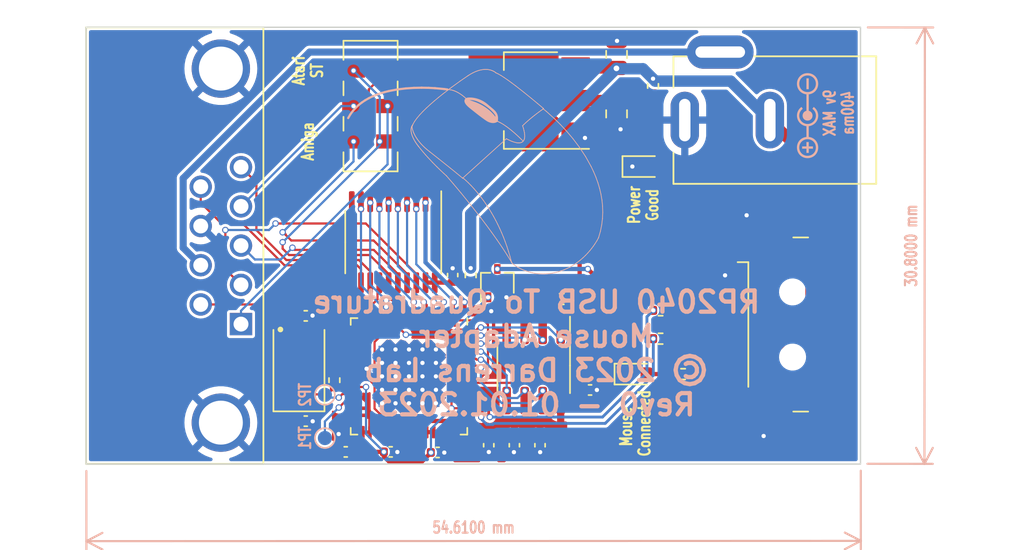
<source format=kicad_pcb>
(kicad_pcb (version 20211014) (generator pcbnew)
  (layers (0 "F.Cu" signal) (31 "B.Cu" signal) (34 "B.Paste" user) (35 "F.Paste" user) (36 "B.SilkS" user "B.Silkscreen") (37 "F.SilkS" user "F.Silkscreen") (38 "B.Mask" user) (39 "F.Mask" user) (44 "Edge.Cuts" user))
  (net 0 "")
  (net 1 "+5V")
  (net 2 "GND")
  (net 3 "+3V3")
  (net 4 "Net-(C3-Pad1)")
  (net 5 "Net-(C5-Pad2)")
  (net 6 "Net-(C6-Pad2)")
  (net 7 "+1V1")
  (net 8 "Net-(D1-Pad2)")
  (net 9 "Net-(D2-Pad1)")
  (net 10 "Net-(D2-Pad2)")
  (net 11 "Pin1")
  (net 12 "XA_5")
  (net 13 "YA_5")
  (net 14 "Pin4")
  (net 15 "MM")
  (net 16 "ML")
  (net 17 "DB9_5V")
  (net 18 "MR")
  (net 19 "Mouse_Connected")
  (net 20 "QSPI_SS")
  (net 21 "Net-(R3-Pad2)")
  (net 22 "USB_D+")
  (net 23 "USB_D-")
  (net 24 "XB_5")
  (net 25 "YB_5")
  (net 27 "XA")
  (net 28 "XB")
  (net 29 "YA")
  (net 30 "YB")
  (net 33 "MR_5")
  (net 34 "MM_5")
  (net 35 "ML_5")
  (net 36 "QSPI_SD3")
  (net 37 "QSPI_CLK")
  (net 38 "QSPI_SD0")
  (net 39 "QSPI_SD2")
  (net 40 "QSPI_SD1")
  (net 41 "Net-(U2-Pad25)")
  (net 42 "Net-(U2-Pad24)")
  (net 43 "/USB_T_D+")
  (net 44 "/USB_T_D-")
  (footprint "Capacitor_SMD:C_0402_1005Metric" (layer "F.Cu") (at 102.77 82.96)
    (fp_text reference "C4")
    (fp_text value "100n")
  )
  (footprint "Package_TO_SOT_SMD:SOT-323_SC-70" (layer "F.Cu") (at 96.23 75.42 90)
    (fp_text reference "Q1")
    (fp_text value "Q_NPN_BEC")
  )
  (footprint "Capacitor_SMD:C_0402_1005Metric" (layer "F.Cu") (at 82.72 85.16 180)
    (fp_text reference "C6")
    (fp_text value "C")
  )
  (footprint "Capacitor_SMD:C_0805_2012Metric" (layer "F.Cu") (at 104.64 63.47 -90)
    (fp_text reference "C2")
    (fp_text value "10u")
  )
  (footprint "Capacitor_SMD:C_0402_1005Metric" (layer "F.Cu") (at 88.71 87.33)
    (fp_text reference "C8")
    (fp_text value "100n")
  )
  (footprint "Resistor_SMD:R_0402_1005Metric" (layer "F.Cu") (at 107.74 77.34)
    (fp_text reference "R4")
    (fp_text value "22R")
  )
  (footprint "SmallyMouse QFN64-backups:ASSMANN_A-DF_09_A_KG-T2S" (layer "F.Cu") (at 76.7334 72.771 -90)
    (fp_text reference "J1")
    (fp_text value "DB9_Male")
  )
  (footprint "Button_Switch_SMD:SW_DPDT_CK_JS202011JCQN" (layer "F.Cu") (at 87.29 62.92 90)
    (fp_text reference "SW1")
    (fp_text value "SW_DPDT_x2")
  )
  (footprint "Resistor_SMD:R_0402_1005Metric" (layer "F.Cu") (at 94.35 74.87 -90)
    (fp_text reference "R2")
    (fp_text value "200k")
  )
  (footprint "Crystal:Crystal_SMD_5032-2Pin_5.0x3.2mm" (layer "F.Cu") (at 82.24 81.42 90)
    (fp_text reference "Y1")
    (fp_text value "12MHZ")
  )
  (footprint "Capacitor_SMD:C_0402_1005Metric" (layer "F.Cu") (at 82.72 77.73 180)
    (fp_text reference "C5")
    (fp_text value "C")
  )
  (footprint "LED_SMD:LED_0603_1608Metric" (layer "F.Cu") (at 106.54 67.19)
    (fp_text reference "D1")
    (fp_text value "LED")
  )
  (footprint "Package_SO:SOIC-8-1EP_3.9x4.9mm_P1.27mm_EP2.29x3mm" (layer "F.Cu") (at 98.795 81.235 -90)
    (fp_text reference "U3")
    (fp_text value "AT25SF081B-SSHD-T")
  )
  (footprint "Capacitor_SMD:C_0402_1005Metric" (layer "F.Cu") (at 85.54 87.33 180)
    (fp_text reference "C7")
    (fp_text value "100n")
  )
  (footprint "Package_SO:TSSOP-20_4.4x6.5mm_P0.65mm" (layer "F.Cu") (at 88.89 72.53 -90)
    (fp_text reference "U1")
    (fp_text value "LSF0108PWR")
  )
  (footprint "Capacitor_SMD:C_0402_1005Metric" (layer "F.Cu") (at 95.625 86.86 -90)
    (fp_text reference "C10")
    (fp_text value "100n")
  )
  (footprint "Resistor_SMD:R_0402_1005Metric" (layer "F.Cu") (at 109.33 81.84 180)
    (fp_text reference "R7")
    (fp_text value "180R")
  )
  (footprint "Resistor_SMD:R_0402_1005Metric" (layer "F.Cu") (at 107.74 79.34 180)
    (fp_text reference "R5")
    (fp_text value "22R")
  )
  (footprint "Package_TO_SOT_SMD:SOT-223-3_TabPin2" (layer "F.Cu") (at 98.6 62.53 180)
    (fp_text reference "U4")
    (fp_text value "AMS1117-3.3")
  )
  (footprint "Resistor_SMD:R_0402_1005Metric" (layer "F.Cu") (at 84.74 82.27 90)
    (fp_text reference "R3")
    (fp_text value "1k")
  )
  (footprint "Capacitor_SMD:C_0402_1005Metric" (layer "F.Cu") (at 93.08 74.85 90)
    (fp_text reference "C3")
    (fp_text value "100n")
  )
  (footprint "Library:USB_A_China" (layer "F.Cu") (at 121.95 78.34)
    (fp_text reference "J3")
    (fp_text value "USB_A")
  )
  (footprint "Resistor_SMD:R_0402_1005Metric" (layer "F.Cu") (at 107.21 61.5 -90)
    (fp_text reference "R6")
    (fp_text value "180R")
  )
  (footprint "Package_DFN_QFN:QFN-56-1EP_8x8mm_P0.5mm_EP4.3x4.3mm_ThermalVias" (layer "F.Cu") (at 90 82 -90)
    (fp_text reference "U2")
    (fp_text value "RP2040")
  )
  (footprint "Capacitor_SMD:C_0805_2012Metric" (layer "F.Cu") (at 104.64 59.28 90)
    (fp_text reference "C1")
    (fp_text value "10u")
  )
  (footprint "LED_SMD:LED_0603_1608Metric" (layer "F.Cu") (at 105.98 81.84)
    (fp_text reference "D2")
    (fp_text value "LED")
  )
  (footprint "Capacitor_SMD:C_0402_1005Metric" (layer "F.Cu") (at 99.24 86.86 -90)
    (fp_text reference "C12")
    (fp_text value "100n")
  )
  (footprint "Library:NINIGI_DC-005" (layer "F.Cu") (at 111.95 63.91 180)
    (fp_text reference "J2")
    (fp_text value "Barrel_Jack_Switch")
  )
  (footprint "Resistor_SMD:R_0402_1005Metric" (layer "F.Cu") (at 100.77 76.54 180)
    (fp_text reference "R1")
    (fp_text value "10k")
  )
  (footprint "Capacitor_SMD:C_0402_1005Metric" (layer "F.Cu") (at 92.02 87.37)
    (fp_text reference "C9")
    (fp_text value "1u")
  )
  (footprint "Capacitor_SMD:C_0402_1005Metric" (layer "F.Cu") (at 97.4325 86.86 -90)
    (fp_text reference "C11")
    (fp_text value "1u")
  )
  (footprint "TestPoint:TestPoint_Pad_D1.0mm" (layer "B.Cu") (at 84.07 83.304762 90)
    (fp_text reference "TP2")
    (fp_text value "SWCLK")
  )
  (footprint "TestPoint:TestPoint_Pad_D1.0mm" (layer "B.Cu") (at 84.07 86.354762 90)
    (fp_text reference "TP1")
    (fp_text value "SWD")
  )
  (gr_poly (pts (xy 118.183235 65.92158) (xy 118.183235 66.22158) (xy 118.033235 66.22158) (xy 118.033235 65.92158)) (layer "B.SilkS") (width 0) (fill solid))
  (gr_line (start 97.032853 65.310666) (end 97.142817 65.362412) (layer "B.SilkS") (width 0.052916))
  (gr_line (start 90.214706 64.417098) (end 90.220868 64.456581) (layer "B.SilkS") (width 0.052916))
  (gr_line (start 96.916231 64.39843) (end 96.988397 64.452109) (layer "B.SilkS") (width 0.052916))
  (gr_line (start 90.147858 64.607441) (end 90.148894 64.654471) (layer "B.SilkS") (width 0.052916))
  (gr_line (start 97.8885 65.501166) (end 97.946074 65.480059) (layer "B.SilkS") (width 0.052916))
  (gr_line (start 98.602418 63.777248) (end 98.724098 63.677624) (layer "B.SilkS") (width 0.052916))
  (gr_line (start 98.859966 74.719709) (end 99.0234 74.743737) (layer "B.SilkS") (width 0.052916))
  (gr_line (start 91.225903 65.953628) (end 91.287713 66.006297) (layer "B.SilkS") (width 0.052916))
  (gr_line (start 98.491836 63.87025) (end 98.602418 63.777248) (layer "B.SilkS") (width 0.052916))
  (gr_line (start 96.09751 60.549138) (end 96.05837 60.520443) (layer "B.SilkS") (width 0.052916))
  (gr_line (start 96.571398 72.897041) (end 96.918587 73.429458) (layer "B.SilkS") (width 0.052916))
  (gr_line (start 90.499317 65.529696) (end 90.531079 65.576442) (layer "B.SilkS") (width 0.052916))
  (gr_line (start 95.399109 69.795511) (end 95.541346 70.008051) (layer "B.SilkS") (width 0.052916))
  (gr_line (start 99.000338 63.460926) (end 99.154691 63.345059) (layer "B.SilkS") (width 0.052916))
  (gr_line (start 100.323142 74.672477) (end 100.528121 74.618972) (layer "B.SilkS") (width 0.052916))
  (gr_line (start 90.321776 65.228678) (end 90.364895 65.310059) (layer "B.SilkS") (width 0.052916))
  (gr_line (start 88.587773 61.859426) (end 88.292575 61.933076) (layer "B.SilkS") (width 0.153458))
  (gr_line (start 90.512588 65.148078) (end 90.555497 65.213771) (layer "B.SilkS") (width 0.052916))
  (gr_line (start 93.836097 62.225216) (end 93.769532 62.173661) (layer "B.SilkS") (width 0.052916))
  (gr_line (start 94.146453 60.787267) (end 94.146453 60.787267) (layer "B.SilkS") (width 0.052916))
  (gr_line (start 90.469234 65.483896) (end 90.499317 65.529696) (layer "B.SilkS") (width 0.052916))
  (gr_line (start 96.253642 71.259128) (end 96.391514 71.547695) (layer "B.SilkS") (width 0.052916))
  (gr_line (start 97.595365 64.959727) (end 97.696726 65.05305) (layer "B.SilkS") (width 0.052916))
  (gr_line (start 96.05837 60.520443) (end 96.003646 60.485866) (layer "B.SilkS") (width 0.052916))
  (gr_line (start 92.241268 67.473619) (end 92.451157 67.670663) (layer "B.SilkS") (width 0.052916))
  (gr_line (start 90.750811 63.548611) (end 90.558117 63.77816) (layer "B.SilkS") (width 0.052916))
  (gr_line (start 88.001675 62.019443) (end 87.716815 62.119375) (layer "B.SilkS") (width 0.153458))
  (gr_line (start 93.31781 61.898392) (end 93.264458 61.874604) (layer "B.SilkS") (width 0.052916))
  (gr_line (start 96.663558 64.22425) (end 96.782714 64.303561) (layer "B.SilkS") (width 0.052916))
  (gr_line (start 118.033235 60.97108) (end 118.183735 60.97108) (layer "B.SilkS") (width 0.014111))
  (gr_line (start 93.611232 61.154611) (end 93.014384 61.586379) (layer "B.SilkS") (width 0.052916))
  (gr_line (start 90.327293 64.798507) (end 90.350424 64.850918) (layer "B.SilkS") (width 0.052916))
  (gr_line (start 90.15273 64.704738) (end 90.15968 64.758285) (layer "B.SilkS") (width 0.052916))
  (gr_line (start 98.013061 64.30964) (end 98.013061 64.30964) (layer "B.SilkS") (width 0.052916))
  (gr_poly (pts (xy 117.35918 61.307036) (xy 117.361989 61.268119) (xy 117.366619 61.229871) (xy 117.37303 61.192332) (xy 117.38118 61.155544) (xy 117.391029 61.119548) (xy 117.402535 61.084384) (xy 117.415657 61.050096) (xy 117.430353 61.016722) (xy 117.446583 60.984306) (xy 117.464306 60.952887) (xy 117.483479 60.922508) (xy 117.504062 60.893209) (xy 117.526015 60.865031) (xy 117.549294 60.838016) (xy 117.57386 60.812205) (xy 117.599671 60.787639) (xy 117.626686 60.76436) (xy 117.654864 60.742407) (xy 117.684163 60.721824) (xy 117.714542 60.702651) (xy 117.745961 60.684928) (xy 117.778377 60.668698) (xy 117.811751 60.654002) (xy 117.846039 60.64088) (xy 117.881203 60.629374) (xy 117.917199 60.619525) (xy 117.953987 60.611375) (xy 117.991526 60.604964) (xy 118.029774 60.600334) (xy 118.068691 60.597525) (xy 118.108235 60.59658) (xy 118.147779 60.597525) (xy 118.186696 60.600334) (xy 118.224944 60.604964) (xy 118.262483 60.611375) (xy 118.299271 60.619525) (xy 118.335267 60.629374) (xy 118.370431 60.64088) (xy 118.404719 60.654002) (xy 118.438093 60.668698) (xy 118.470509 60.684928) (xy 118.501928 60.702651) (xy 118.532307 60.721824) (xy 118.561606 60.742407) (xy 118.589784 60.76436) (xy 118.616799 60.787639) (xy 118.64261 60.812205) (xy 118.667176 60.838016) (xy 118.690455 60.865031) (xy 118.712408 60.893209) (xy 118.732991 60.922508) (xy 118.752164 60.952887) (xy 118.769887 60.984306) (xy 118.786117 61.016722) (xy 118.800813 61.050096) (xy 118.813935 61.084384) (xy 118.825441 61.119548) (xy 118.83529 61.155544) (xy 118.84344 61.192332) (xy 118.849851 61.229871) (xy 118.854481 61.268119) (xy 118.85729 61.307036) (xy 118.858235 61.34658) (xy 118.85729 61.386124) (xy 118.854481 61.425041) (xy 118.849851 61.463289) (xy 118.84344 61.500828) (xy 118.83529 61.537616) (xy 118.825441 61.573612) (xy 118.813935 61.608776) (xy 118.800813 61.643064) (xy 118.786117 61.676438) (xy 118.769887 61.708854) (xy 118.752164 61.740273) (xy 118.732991 61.770652) (xy 118.712408 61.799951) (xy 118.690455 61.828129) (xy 118.667176 61.855144) (xy 118.64261 61.880955) (xy 118.616799 61.905521) (xy 118.589784 61.9288) (xy 118.561606 61.950753) (xy 118.532307 61.971336) (xy 118.501928 61.990509) (xy 118.470509 62.008232) (xy 118.438093 62.024462) (xy 118.404719 62.039158) (xy 118.370431 62.05228) (xy 118.335267 62.063786) (xy 118.299271 62.073635) (xy 118.262483 62.081785) (xy 118.224944 62.088196) (xy 118.186696 62.092826) (xy 118.183235 62.093076) (xy 118.183235 62.07158) (xy 118.107735 62.07158) (xy 118.107735 61.93208) (xy 118.138579 61.931343) (xy 118.168934 61.929152) (xy 118.198768 61.92554) (xy 118.228048 61.92054) (xy 118.256743 61.914183) (xy 118.28482 61.9065) (xy 118.312248 61.897526) (xy 118.338993 61.887291) (xy 118.365024 61.875828) (xy 118.390309 61.863168) (xy 118.414815 61.849345) (xy 118.438511 61.83439) (xy 118.461365 61.818335) (xy 118.483343 61.801212) (xy 118.504415 61.783054) (xy 118.524547 61.763892) (xy 118.543709 61.74376) (xy 118.561867 61.722688) (xy 118.57899 61.70071) (xy 118.595045 61.677856) (xy 118.61 61.65416) (xy 118.623823 61.629654) (xy 118.636483 61.604369) (xy 118.647946 61.578338) (xy 118.658181 61.551593) (xy 118.667155 61.524165) (xy 118.674838 61.496088) (xy 118.681195 61.467394) (xy 118.686195 61.438113) (xy 118.689807 61.408279) (xy 118.691998 61.377924) (xy 118.692735 61.34708) (xy 118.691998 61.316236) (xy 118.689807 61.285881) (xy 118.686195 61.256047) (xy 118.681195 61.226767) (xy 118.674838 61.198072) (xy 118.667155 61.169995) (xy 118.658181 61.142568) (xy 118.647946 61.115822) (xy 118.636483 61.089791) (xy 118.623823 61.064506) (xy 118.61 61.04) (xy 118.595045 61.016304) (xy 118.57899 60.993451) (xy 118.561867 60.971472) (xy 118.543709 60.9504) (xy 118.524547 60.930268) (xy 118.504415 60.911106) (xy 118.483343 60.892948) (xy 118.461365 60.875826) (xy 118.438511 60.859771) (xy 118.414815 60.844815) (xy 118.390309 60.830992) (xy 118.365024 60.818333) (xy 118.338993 60.806869) (xy 118.312248 60.796634) (xy 118.28482 60.78766) (xy 118.256743 60.779978) (xy 118.228048 60.77362) (xy 118.198768 60.76862) (xy 118.168934 60.765008) (xy 118.138579 60.762818) (xy 118.107735 60.76208) (xy 118.076891 60.762818) (xy 118.046536 60.765008) (xy 118.016702 60.76862) (xy 117.987422 60.77362) (xy 117.958727 60.779978) (xy 117.93065 60.78766) (xy 117.903222 60.796634) (xy 117.876477 60.806869) (xy 117.850446 60.818333) (xy 117.825161 60.830992) (xy 117.800655 60.844815) (xy 117.776959 60.859771) (xy 117.754105 60.875826) (xy 117.732127 60.892948) (xy 117.711055 60.911106) (xy 117.690922 60.930268) (xy 117.671761 60.9504) (xy 117.653603 60.971472) (xy 117.63648 60.993451) (xy 117.620425 61.016304) (xy 117.60547 61.04) (xy 117.591647 61.064506) (xy 117.578987 61.089791) (xy 117.567524 61.115822) (xy 117.557289 61.142568) (xy 117.548314 61.169995) (xy 117.540632 61.198072) (xy 117.534275 61.226767) (xy 117.529274 61.256047) (xy 117.525663 61.285881) (xy 117.523472 61.316236) (xy 117.522735 61.34708) (xy 117.523472 61.377924) (xy 117.525663 61.408279) (xy 117.529274 61.438113) (xy 117.534275 61.467394) (xy 117.540632 61.496088) (xy 117.548314 61.524165) (xy 117.557289 61.551593) (xy 117.567524 61.578338) (xy 117.578987 61.604369) (xy 117.591647 61.629654) (xy 117.60547 61.65416) (xy 117.620425 61.677856) (xy 117.63648 61.70071) (xy 117.653603 61.722688) (xy 117.671761 61.74376) (xy 117.690922 61.763892) (xy 117.711055 61.783054) (xy 117.732127 61.801212) (xy 117.754105 61.818335) (xy 117.776959 61.83439) (xy 117.800655 61.849345) (xy 117.825161 61.863168) (xy 117.850446 61.875828) (xy 117.876477 61.887291) (xy 117.903222 61.897526) (xy 117.93065 61.9065) (xy 117.958727 61.914183) (xy 117.987422 61.92054) (xy 118.016702 61.92554) (xy 118.046536 61.929152) (xy 118.076891 61.931343) (xy 118.107735 61.93208) (xy 118.107735 62.07158) (xy 118.033235 62.07158) (xy 118.033235 62.093076) (xy 118.029774 62.092826) (xy 117.991526 62.088196) (xy 117.953987 62.081785) (xy 117.917199 62.073635) (xy 117.881203 62.063786) (xy 117.846039 62.05228) (xy 117.811751 62.039158) (xy 117.778377 62.024462) (xy 117.745961 62.008232) (xy 117.714542 61.990509) (xy 117.684163 61.971336) (xy 117.654864 61.950753) (xy 117.626686 61.9288) (xy 117.599671 61.905521) (xy 117.57386 61.880955) (xy 117.549294 61.855144) (xy 117.526015 61.828129) (xy 117.504062 61.799951) (xy 117.483479 61.770652) (xy 117.464306 61.740273) (xy 117.446583 61.708854) (xy 117.430353 61.676438) (xy 117.415657 61.643064) (xy 117.402535 61.608776) (xy 117.391029 61.573612) (xy 117.38118 61.537616) (xy 117.37303 61.500828) (xy 117.366619 61.463289) (xy 117.361989 61.425041) (xy 117.35918 61.386124) (xy 117.358235 61.34658)) (layer "B.SilkS") (width 0) (fill solid))
  (gr_line (start 96.128872 60.575968) (end 96.128872 60.575968) (layer "B.SilkS") (width 0.052916))
  (gr_line (start 100.950104 74.471874) (end 101.166619 74.376761) (layer "B.SilkS") (width 0.052916))
  (gr_line (start 102.070899 73.802803) (end 102.265869 73.634473) (layer "B.SilkS") (width 0.052916))
  (gr_line (start 93.999827 62.366842) (end 93.971805 62.340595) (layer "B.SilkS") (width 0.052916))
  (gr_line (start 102.997955 72.81275) (end 103.096749 72.671643) (layer "B.SilkS") (width 0.052916))
  (gr_line (start 91.287713 66.006297) (end 91.466974 66.148827) (layer "B.SilkS") (width 0.052916))
  (gr_line (start 90.15968 64.758285) (end 90.170055 64.815157) (layer "B.SilkS") (width 0.052916))
  (gr_line (start 118.033235 63.37158) (end 118.033235 62.07108) (layer "B.SilkS") (width 0.014111))
  (gr_line (start 95.746381 60.379125) (end 95.689982 60.365134) (layer "B.SilkS") (width 0.052916))
  (gr_line (start 118.033235 65.14658) (end 118.033235 64.29608) (layer "B.SilkS") (width 0.014111))
  (gr_line (start 94.714416 60.481239) (end 94.608377 60.526823) (layer "B.SilkS") (width 0.052916))
  (gr_line (start 90.173725 64.419289) (end 90.165455 64.4508) (layer "B.SilkS") (width 0.052916))
  (gr_line (start 92.868517 61.764791) (end 92.810112 61.759894) (layer "B.SilkS") (width 0.052916))
  (gr_line (start 97.551479 65.499383) (end 97.622812 65.511491) (layer "B.SilkS") (width 0.052916))
  (gr_line (start 91.832214 61.658488) (end 91.393464 61.635554) (layer "B.SilkS") (width 0.153458))
  (gr_line (start 97.064182 64.510169) (end 97.143593 64.572775) (layer "B.SilkS") (width 0.052916))
  (gr_line (start 99.368176 74.769935) (end 99.549028 74.770586) (layer "B.SilkS") (width 0.052916))
  (gr_line (start 94.384959 60.640616) (end 94.267589 60.709632) (layer "B.SilkS") (width 0.052916))
  (gr_line (start 118.483735 65.77108) (end 118.483735 65.77108) (layer "B.SilkS") (width 0.014111))
  (gr_line (start 90.558117 63.77816) (end 90.400898 63.99569) (layer "B.SilkS") (width 0.052916))
  (gr_line (start 90.202335 64.939052) (end 90.224866 65.006163) (layer "B.SilkS") (width 0.052916))
  (gr_line (start 91.393464 61.635554) (end 90.89536 61.626135) (layer "B.SilkS") (width 0.153458))
  (gr_line (start 96.113324 70.983474) (end 96.253642 71.259128) (layer "B.SilkS") (width 0.052916))
  (gr_line (start 118.183735 66.22158) (end 118.183735 66.22158) (layer "B.SilkS") (width 0.014111))
  (gr_poly (pts (xy 94.347127 62.316857) (xy 94.44212 62.322873) (xy 94.547471 62.335521) (xy 94.661908 62.356248) (xy 94.784156 62.386505) (xy 94.912942 62.427739) (xy 95.046992 62.481399) (xy 95.185032 62.548934) (xy 95.255151 62.588357) (xy 95.32579 62.631793) (xy 95.396789 62.679421) (xy 95.46799 62.731423) (xy 95.539233 62.787981) (xy 95.610359 62.849275) (xy 95.678357 62.908435) (xy 95.746819 62.965408) (xy 95.88159 63.076232) (xy 95.946126 63.131805) (xy 96.00758 63.188634) (xy 96.065066 63.247579) (xy 96.117697 63.309502) (xy 96.141916 63.341849) (xy 96.164588 63.375263) (xy 96.185604 63.409852) (xy 96.204851 63.445723) (xy 96.222221 63.482984) (xy 96.237601 63.521743) (xy 96.250881 63.562107) (xy 96.26195 63.604184) (xy 96.270698 63.648082) (xy 96.277013 63.693907) (xy 96.280784 63.741769) (xy 96.281902 63.791774) (xy 96.280255 63.844029) (xy 96.275732 63.898643) (xy 96.268222 63.955724) (xy 96.257616 64.015378) (xy 96.225214 64.037388) (xy 96.192443 64.056434) (xy 96.159395 64.072663) (xy 96.12616 64.086225) (xy 96.092832 64.097267) (xy 96.0595 64.105939) (xy 96.026258 64.11239) (xy 95.993197 64.116767) (xy 95.960408 64.119219) (xy 95.927983 64.119895) (xy 95.896013 64.118944) (xy 95.864591 64.116514) (xy 95.833809 64.112754) (xy 95.803757 64.107812) (xy 95.774527 64.101838) (xy 95.746212 64.094979) (xy 95.718903 64.087384) (xy 95.692691 64.079202) (xy 95.643926 64.061672) (xy 95.600651 64.043577) (xy 95.5636 64.026106) (xy 95.533506 64.010447) (xy 95.511102 63.997791) (xy 95.492299 63.986239) (xy 95.418933 63.938878) (xy 95.335721 63.881907) (xy 95.147803 63.746123) (xy 94.94464 63.592869) (xy 94.742325 63.436126) (xy 94.404618 63.168103) (xy 94.263437 63.053906) (xy 94.205013 63.004966) (xy 94.152851 62.958051) (xy 94.10666 62.913129) (xy 94.066151 62.870171) (xy 94.031037 62.829146) (xy 94.001028 62.790021) (xy 93.975834 62.752767) (xy 93.955168 62.717353) (xy 93.93874 62.683747) (xy 93.926261 62.651919) (xy 93.917442 62.621838) (xy 93.911994 62.593472) (xy 93.909629 62.566792) (xy 93.910057 62.541766) (xy 93.91299 62.518362) (xy 93.915881 62.506112) (xy 94.270452 62.506112) (xy 94.390559 62.538968) (xy 94.509526 62.575867) (xy 94.627166 62.616776) (xy 94.743288 62.661661) (xy 94.857703 62.71049) (xy 94.970221 62.763231) (xy 95.080653 62.819849) (xy 95.188809 62.880314) (xy 95.2945 62.944591) (xy 95.397536 63.012648) (xy 95.497727 63.084452) (xy 95.594885 63.159971) (xy 95.688819 63.239171) (xy 95.77934 63.32202) (xy 95.866258 63.408485) (xy 95.949384 63.498533) (xy 95.954466 63.502924) (xy 95.959478 63.507597) (xy 95.969311 63.517696) (xy 95.978917 63.528645) (xy 95.988332 63.540259) (xy 95.99759 63.552355) (xy 96.006725 63.564749) (xy 96.024764 63.589693) (xy 96.033738 63.601874) (xy 96.042726 63.613616) (xy 96.051764 63.624735) (xy 96.060886 63.635047) (xy 96.070127 63.644367) (xy 96.074803 63.648597) (xy 96.079521 63.652511) (xy 96.084286 63.656084) (xy 96.089102 63.659295) (xy 96.093973 63.66212) (xy 96.098904 63.664535) (xy 96.098591 63.65683) (xy 96.097981 63.649185) (xy 96.097086 63.641599) (xy 96.095915 63.634072) (xy 96.092791 63.619194) (xy 96.088691 63.604546) (xy 96.083698 63.590127) (xy 96.077897 63.575932) (xy 96.071369 63.561959) (xy 96.064199 63.548204) (xy 96.056469 63.534665) (xy 96.048263 63.521337) (xy 96.039664 63.508218) (xy 96.030755 63.495305) (xy 96.012341 63.470084) (xy 95.993687 63.445646) (xy 95.947175 63.391468) (xy 95.899131 63.338598) (xy 95.849617 63.287025) (xy 95.798695 63.236742) (xy 95.746429 63.187741) (xy 95.692881 63.140013) (xy 95.638113 63.09355) (xy 95.582188 63.048342) (xy 95.525169 63.004383) (xy 95.467118 62.961664) (xy 95.408099 62.920175) (xy 95.348173 62.879909) (xy 95.287404 62.840858) (xy 95.225854 62.803012) (xy 95.163585 62.766364) (xy 95.100661 62.730905) (xy 95.004633 62.681688) (xy 94.905951 62.635424) (xy 94.855684 62.613881) (xy 94.804836 62.593655) (xy 94.753435 62.574936) (xy 94.701508 62.557919) (xy 94.649082 62.542795) (xy 94.596185 62.529757) (xy 94.542845 62.518997) (xy 94.489088 62.510708) (xy 94.434943 62.505083) (xy 94.380437 62.502313) (xy 94.325598 62.502592) (xy 94.270452 62.506112) (xy 93.915881 62.506112) (xy 93.918138 62.496551) (xy 93.925212 62.476302) (xy 93.933925 62.457583) (xy 93.943986 62.440363) (xy 93.955107 62.424612) (xy 93.966998 62.410298) (xy 93.979371 62.397392) (xy 93.991938 62.385861) (xy 94.004408 62.375676) (xy 94.027905 62.359216) (xy 94.04755 62.347765) (xy 94.06604 62.3389) (xy 94.096222 62.330136) (xy 94.193315 62.318926) (xy 94.263768 62.316024)) (layer "B.SilkS") (width 0) (fill solid))
  (gr_line (start 91.225903 65.953628) (end 91.225903 65.953628) (layer "B.SilkS") (width 0.052916))
  (gr_line (start 86.038025 63.270014) (end 85.864109 63.509023) (layer "B.SilkS") (width 0.153458))
  (gr_line (start 103.665017 70.419933) (end 103.651947 69.985175) (layer "B.SilkS") (width 0.052916))
  (gr_line (start 101.166619 74.376761) (end 101.386488 74.266259) (layer "B.SilkS") (width 0.052916))
  (gr_line (start 91.669795 66.906005) (end 91.975429 67.21535) (layer "B.SilkS") (width 0.052916))
  (gr_line (start 97.313331 64.712279) (end 97.403677 64.789505) (layer "B.SilkS") (width 0.052916))
  (gr_line (start 97.529085 61.500396) (end 97.247502 61.288119) (layer "B.SilkS") (width 0.052916))
  (gr_line (start 94.604971 68.775892) (end 94.853811 69.067719) (layer "B.SilkS") (width 0.052916))
  (gr_line (start 101.117309 64.696576) (end 100.685335 64.231873) (layer "B.SilkS") (width 0.052916))
  (gr_line (start 118.033235 62.07108) (end 118.033235 62.07108) (layer "B.SilkS") (width 0.014111))
  (gr_line (start 93.041881 61.797462) (end 92.984516 61.783799) (layer "B.SilkS") (width 0.052916))
  (gr_line (start 99.549028 74.770586) (end 99.735196 74.761926) (layer "B.SilkS") (width 0.052916))
  (gr_line (start 103.590818 71.308655) (end 103.645416 70.861308) (layer "B.SilkS") (width 0.052916))
  (gr_line (start 95.565641 60.344038) (end 95.497709 60.337742) (layer "B.SilkS") (width 0.052916))
  (gr_line (start 118.183735 65.47108) (end 118.183735 65.47108) (layer "B.SilkS") (width 0.014111))
  (gr_line (start 103.24778 72.434668) (end 103.367327 72.218685) (layer "B.SilkS") (width 0.052916))
  (gr_line (start 88.292575 61.933076) (end 88.001675 62.019443) (layer "B.SilkS") (width 0.153458))
  (gr_line (start 93.892606 62.271418) (end 93.836097 62.225216) (layer "B.SilkS") (width 0.052916))
  (gr_line (start 95.933379 60.448635) (end 95.892429 60.430033) (layer "B.SilkS") (width 0.052916))
  (gr_line (start 96.246171 64.001603) (end 96.280676 64.015127) (layer "B.SilkS") (width 0.052916))
  (gr_line (start 97.692969 65.518491) (end 97.76116 65.519615) (layer "B.SilkS") (width 0.052916))
  (gr_line (start 90.256744 64.259088) (end 90.239925 64.279448) (layer "B.SilkS") (width 0.052916))
  (gr_line (start 92.47598 61.717739) (end 91.832214 61.658488) (layer "B.SilkS") (width 0.153458))
  (gr_line (start 90.83166 65.567569) (end 90.900391 65.642635) (layer "B.SilkS") (width 0.052916))
  (gr_line (start 93.784972 68.012286) (end 93.784972 68.012286) (layer "B.SilkS") (width 0.052916))
  (gr_line (start 90.900391 65.642635) (end 90.974013 65.718882) (layer "B.SilkS") (width 0.052916))
  (gr_line (start 90.152934 64.522912) (end 90.149308 64.563602) (layer "B.SilkS") (width 0.052916))
  (gr_line (start 94.608377 60.526823) (end 94.498557 60.579814) (layer "B.SilkS") (width 0.052916))
  (gr_line (start 97.143593 64.572775) (end 97.22664 64.64009) (layer "B.SilkS") (width 0.052916))
  (gr_line (start 95.497709 60.337742) (end 95.425944 60.334817) (layer "B.SilkS") (width 0.052916))
  (gr_line (start 100.528121 74.618972) (end 100.73719 74.552358) (layer "B.SilkS") (width 0.052916))
  (gr_line (start 90.376432 64.905814) (end 90.405484 64.963086) (layer "B.SilkS") (width 0.052916))
  (gr_line (start 103.439979 68.727058) (end 103.31949 68.325221) (layer "B.SilkS") (width 0.052916))
  (gr_line (start 93.47054 61.976973) (end 93.420965 61.9498) (layer "B.SilkS") (width 0.052916))
  (gr_line (start 97.408426 65.462908) (end 97.551479 65.499383) (layer "B.SilkS") (width 0.052916))
  (gr_poly (pts (xy 117.35918 65.807036) (xy 117.361989 65.76812) (xy 117.366619 65.729871) (xy 117.37303 65.692332) (xy 117.38118 65.655544) (xy 117.391029 65.619548) (xy 117.402535 65.584385) (xy 117.415657 65.550096) (xy 117.430353 65.516723) (xy 117.446583 65.484306) (xy 117.464306 65.452887) (xy 117.483479 65.422508) (xy 117.504062 65.393209) (xy 117.526015 65.365031) (xy 117.549294 65.338016) (xy 117.57386 65.312205) (xy 117.599671 65.287639) (xy 117.626686 65.26436) (xy 117.654864 65.242408) (xy 117.684163 65.221824) (xy 117.714542 65.202651) (xy 117.745961 65.184929) (xy 117.778377 65.168699) (xy 117.811751 65.154002) (xy 117.846039 65.14088) (xy 117.881203 65.129374) (xy 117.917199 65.119526) (xy 117.953987 65.111375) (xy 117.991526 65.104964) (xy 118.029774 65.100334) (xy 118.033235 65.100084) (xy 118.033235 65.08658) (xy 118.183235 65.08658) (xy 118.183235 65.100084) (xy 118.186696 65.100334) (xy 118.224944 65.104964) (xy 118.262483 65.111375) (xy 118.299271 65.119526) (xy 118.335267 65.129374) (xy 118.370431 65.14088) (xy 118.404719 65.154002) (xy 118.438093 65.168699) (xy 118.470509 65.184929) (xy 118.501928 65.202651) (xy 118.532307 65.221824) (xy 118.561606 65.242408) (xy 118.589784 65.26436) (xy 118.616799 65.287639) (xy 118.64261 65.312205) (xy 118.667176 65.338016) (xy 118.690455 65.365031) (xy 118.712408 65.393209) (xy 118.732991 65.422508) (xy 118.752164 65.452887) (xy 118.769887 65.484306) (xy 118.786117 65.516723) (xy 118.800813 65.550096) (xy 118.813935 65.584385) (xy 118.825441 65.619548) (xy 118.83529 65.655544) (xy 118.84344 65.692332) (xy 118.849851 65.729871) (xy 118.854481 65.76812) (xy 118.85729 65.807036) (xy 118.858235 65.84658) (xy 118.85729 65.886124) (xy 118.854481 65.925041) (xy 118.849851 65.963289) (xy 118.84344 66.000828) (xy 118.83529 66.037616) (xy 118.825441 66.073613) (xy 118.813935 66.108776) (xy 118.800813 66.143065) (xy 118.786117 66.176438) (xy 118.769887 66.208854) (xy 118.752164 66.240273) (xy 118.732991 66.270652) (xy 118.712408 66.299952) (xy 118.690455 66.328129) (xy 118.667176 66.355144) (xy 118.64261 66.380955) (xy 118.616799 66.405521) (xy 118.589784 66.428801) (xy 118.561606 66.450753) (xy 118.532307 66.471336) (xy 118.501928 66.490509) (xy 118.470509 66.508232) (xy 118.438093 66.524462) (xy 118.404719 66.539158) (xy 118.370431 66.55228) (xy 118.335267 66.563786) (xy 118.299271 66.573635) (xy 118.262483 66.581785) (xy 118.224944 66.588196) (xy 118.186696 66.592827) (xy 118.147779 66.595635) (xy 118.108235 66.59658) (xy 118.107735 66.596568) (xy 118.107735 66.43208) (xy 118.138579 66.431343) (xy 118.168934 66.429152) (xy 118.198768 66.425541) (xy 118.228048 66.42054) (xy 118.256743 66.414183) (xy 118.28482 66.406501) (xy 118.312248 66.397526) (xy 118.338993 66.387291) (xy 118.365024 66.375828) (xy 118.390309 66.363168) (xy 118.414815 66.349345) (xy 118.438511 66.33439) (xy 118.461365 66.318335) (xy 118.483343 66.301212) (xy 118.504415 66.283054) (xy 118.524547 66.263893) (xy 118.543709 66.24376) (xy 118.561867 66.222688) (xy 118.57899 66.20071) (xy 118.595045 66.177857) (xy 118.61 66.154161) (xy 118.623823 66.129654) (xy 118.636483 66.104369) (xy 118.647946 66.078338) (xy 118.658181 66.051593) (xy 118.667155 66.024166) (xy 118.674838 65.996088) (xy 118.681195 65.967394) (xy 118.686195 65.938113) (xy 118.689807 65.90828) (xy 118.691998 65.877924) (xy 118.692735 65.84708) (xy 118.691998 65.816236) (xy 118.689807 65.785881) (xy 118.686195 65.756047) (xy 118.681195 65.726767) (xy 118.674838 65.698072) (xy 118.667155 65.669995) (xy 118.658181 65.642568) (xy 118.647946 65.615822) (xy 118.636483 65.589791) (xy 118.623823 65.564506) (xy 118.61 65.54) (xy 118.595045 65.516304) (xy 118.57899 65.493451) (xy 118.561867 65.471472) (xy 118.543709 65.4504) (xy 118.524547 65.430268) (xy 118.504415 65.411106) (xy 118.483343 65.392948) (xy 118.461365 65.375826) (xy 118.438511 65.359771) (xy 118.414815 65.344815) (xy 118.390309 65.330992) (xy 118.365024 65.318333) (xy 118.338993 65.306869) (xy 118.312248 65.296634) (xy 118.28482 65.28766) (xy 118.256743 65.279978) (xy 118.228048 65.27362) (xy 118.198768 65.26862) (xy 118.168934 65.265008) (xy 118.138579 65.262818) (xy 118.107735 65.26208) (xy 118.076891 65.262818) (xy 118.046536 65.265008) (xy 118.016702 65.26862) (xy 117.987422 65.27362) (xy 117.958727 65.279978) (xy 117.93065 65.28766) (xy 117.903222 65.296634) (xy 117.876477 65.306869) (xy 117.850446 65.318333) (xy 117.825161 65.330992) (xy 117.800655 65.344815) (xy 117.776959 65.359771) (xy 117.754105 65.375826) (xy 117.732127 65.392948) (xy 117.711055 65.411106) (xy 117.690922 65.430268) (xy 117.671761 65.4504) (xy 117.653603 65.471472) (xy 117.63648 65.493451) (xy 117.620425 65.516304) (xy 117.60547 65.54) (xy 117.591647 65.564506) (xy 117.578987 65.589791) (xy 117.567524 65.615822) (xy 117.557289 65.642568) (xy 117.548314 65.669995) (xy 117.540632 65.698072) (xy 117.534275 65.726767) (xy 117.529274 65.756047) (xy 117.525663 65.785881) (xy 117.523472 65.816236) (xy 117.522735 65.84708) (xy 117.523472 65.877924) (xy 117.525663 65.90828) (xy 117.529274 65.938113) (xy 117.534275 65.967394) (xy 117.540632 65.996088) (xy 117.548314 66.024166) (xy 117.557289 66.051593) (xy 117.567524 66.078338) (xy 117.578987 66.104369) (xy 117.591647 66.129654) (xy 117.60547 66.154161) (xy 117.620425 66.177857) (xy 117.63648 66.20071) (xy 117.653603 66.222688) (xy 117.671761 66.24376) (xy 117.690922 66.263893) (xy 117.711055 66.283054) (xy 117.732127 66.301212) (xy 117.754105 66.318335) (xy 117.776959 66.33439) (xy 117.800655 66.349345) (xy 117.825161 66.363168) (xy 117.850446 66.375828) (xy 117.876477 66.387291) (xy 117.903222 66.397526) (xy 117.93065 66.406501) (xy 117.958727 66.414183) (xy 117.987422 66.42054) (xy 118.016702 66.425541) (xy 118.046536 66.429152) (xy 118.076891 66.431343) (xy 118.107735 66.43208) (xy 118.107735 66.596568) (xy 118.068691 66.595635) (xy 118.029774 66.592827) (xy 117.991526 66.588196) (xy 117.953987 66.581785) (xy 117.917199 66.573635) (xy 117.881203 66.563786) (xy 117.846039 66.55228) (xy 117.811751 66.539158) (xy 117.778377 66.524462) (xy 117.745961 66.508232) (xy 117.714542 66.490509) (xy 117.684163 66.471336) (xy 117.654864 66.450753) (xy 117.626686 66.428801) (xy 117.599671 66.405521) (xy 117.57386 66.380955) (xy 117.549294 66.355144) (xy 117.526015 66.328129) (xy 117.504062 66.299952) (xy 117.483479 66.270652) (xy 117.464306 66.240273) (xy 117.446583 66.208854) (xy 117.430353 66.176438) (xy 117.415657 66.143065) (xy 117.402535 66.108776) (xy 117.391029 66.073613) (xy 117.38118 66.037616) (xy 117.37303 66.000828) (xy 117.366619 65.963289) (xy 117.361989 65.925041) (xy 117.35918 65.886124) (xy 117.358235 65.84658)) (layer "B.SilkS") (width 0) (fill solid))
  (gr_line (start 102.753142 73.126453) (end 102.883464 72.96527) (layer "B.SilkS") (width 0.052916))
  (gr_line (start 93.518627 62.004825) (end 93.47054 61.976973) (layer "B.SilkS") (width 0.052916))
  (gr_line (start 90.599793 65.672798) (end 90.636823 65.722419) (layer "B.SilkS") (width 0.052916))
  (gr_line (start 90.837634 65.97579) (end 91.003768 66.174685) (layer "B.SilkS") (width 0.052916))
  (gr_line (start 97.998536 65.450006) (end 98.045098 65.410242) (layer "B.SilkS") (width 0.052916))
  (gr_line (start 96.329108 64.036334) (end 96.39154 64.066538) (layer "B.SilkS") (width 0.052916))
  (gr_line (start 90.531079 65.576442) (end 90.564558 65.624141) (layer "B.SilkS") (width 0.052916))
  (gr_line (start 118.033235 66.22158) (end 118.033235 65.47108) (layer "B.SilkS") (width 0.014111))
  (gr_line (start 90.211388 64.384468) (end 90.214706 64.417098) (layer "B.SilkS") (width 0.052916))
  (gr_line (start 90.30687 64.748691) (end 90.327293 64.798507) (layer "B.SilkS") (width 0.052916))
  (gr_line (start 87.17217 62.363328) (end 86.915865 62.509047) (layer "B.SilkS") (width 0.153458))
  (gr_line (start 95.828103 70.470516) (end 95.971249 70.720635) (layer "B.SilkS") (width 0.052916))
  (gr_line (start 93.661281 69.045391) (end 94.32328 69.85981) (layer "B.SilkS") (width 0.052916))
  (gr_line (start 96.292319 60.651351) (end 96.205607 60.608317) (layer "B.SilkS") (width 0.052916))
  (gr_line (start 96.782714 64.303561) (end 96.847672 64.348969) (layer "B.SilkS") (width 0.052916))
  (gr_line (start 102.606858 73.293548) (end 102.753142 73.126453) (layer "B.SilkS") (width 0.052916))
  (gr_line (start 91.975429 67.21535) (end 92.241268 67.473619) (layer "B.SilkS") (width 0.052916))
  (gr_line (start 98.392456 63.956027) (end 98.491836 63.87025) (layer "B.SilkS") (width 0.052916))
  (gr_line (start 90.437749 65.022627) (end 90.473395 65.084327) (layer "B.SilkS") (width 0.052916))
  (gr_poly (pts (xy 117.360735 63.54608) (xy 117.364235 63.50908) (xy 117.369735 63.47208) (xy 117.376735 63.43558) (xy 117.385235 63.39958) (xy 117.396235 63.36408) (xy 117.409235 63.32908) (xy 117.423235 63.29458) (xy 117.438735 63.26058) (xy 117.456235 63.22808) (xy 117.475235 63.19608) (xy 117.496235 63.16508) (xy 117.518235 63.13508) (xy 117.541735 63.10658) (xy 117.566735 63.07908) (xy 117.593235 63.05258) (xy 117.620735 63.02758) (xy 117.649235 63.00408) (xy 117.679235 62.98208) (xy 117.772735 63.11608) (xy 117.749235 63.13258) (xy 117.726735 63.15108) (xy 117.705235 63.17058) (xy 117.684235 63.19108) (xy 117.664735 63.21308) (xy 117.646235 63.23558) (xy 117.629235 63.25908) (xy 117.612735 63.28308) (xy 117.597735 63.30808) (xy 117.584235 63.33408) (xy 117.571235 63.36008) (xy 117.560235 63.38708) (xy 117.550735 63.41458) (xy 117.542235 63.44258) (xy 117.535235 63.47108) (xy 117.529735 63.49958) (xy 117.525735 63.52858) (xy 117.523235 63.55758) (xy 117.521735 63.58658) (xy 117.522235 63.61558) (xy 117.523735 63.64508) (xy 117.526735 63.67408) (xy 117.531235 63.70258) (xy 117.537235 63.73108) (xy 117.544735 63.75958) (xy 117.553735 63.78708) (xy 117.563735 63.81458) (xy 117.574735 63.84108) (xy 117.587235 63.86758) (xy 117.601735 63.89308) (xy 117.616735 63.91808) (xy 117.633235 63.94208) (xy 117.651235 63.96508) (xy 117.669735 63.98708) (xy 117.689735 64.00858) (xy 117.710735 64.02858) (xy 117.732735 64.04808) (xy 117.755735 64.06658) (xy 117.779235 64.08358) (xy 117.803735 64.09908) (xy 117.829235 64.11358) (xy 117.855235 64.12708) (xy 117.881735 64.13908) (xy 117.908735 64.14958) (xy 117.936735 64.15858) (xy 117.964735 64.16658) (xy 117.993235 64.17308) (xy 118.021735 64.17808) (xy 118.050735 64.18158) (xy 118.079735 64.18408) (xy 118.108735 64.18458) (xy 118.138235 64.18408) (xy 118.167235 64.18158) (xy 118.196235 64.17808) (xy 118.224735 64.17308) (xy 118.253235 64.16658) (xy 118.281235 64.15858) (xy 118.308735 64.14958) (xy 118.336235 64.13858) (xy 118.362735 64.12708) (xy 118.388735 64.11358) (xy 118.413735 64.09908) (xy 118.438235 64.08358) (xy 118.462235 64.06658) (xy 118.484735 64.04858) (xy 118.506735 64.02958) (xy 118.527735 64.00908) (xy 118.547735 63.98808) (xy 118.566735 63.96558) (xy 118.584235 63.94258) (xy 118.600735 63.91858) (xy 118.616235 63.89358) (xy 118.630235 63.86808) (xy 118.642735 63.84208) (xy 118.654735 63.81508) (xy 118.665235 63.78808) (xy 118.673735 63.76008) (xy 118.681235 63.73208) (xy 118.687235 63.70358) (xy 118.691735 63.67458) (xy 118.694735 63.64558) (xy 118.696235 63.61658) (xy 118.696735 63.58708) (xy 118.695235 63.55808) (xy 118.692735 63.52908) (xy 118.688735 63.50008) (xy 118.683235 63.47158) (xy 118.676235 63.44358) (xy 118.667735 63.41558) (xy 118.658235 63.38808) (xy 118.646735 63.36108) (xy 118.635235 63.33458) (xy 118.621235 63.30908) (xy 118.606235 63.28358) (xy 118.590235 63.25958) (xy 118.572735 63.23608) (xy 118.554235 63.21358) (xy 118.534735 63.19208) (xy 118.514235 63.17158) (xy 118.492735 63.15208) (xy 118.469735 63.13358) (xy 118.446735 63.11558) (xy 118.539235 62.98308) (xy 118.569235 63.00558) (xy 118.598235 63.02908) (xy 118.625735 63.05408) (xy 118.652235 63.08008) (xy 118.676735 63.10758) (xy 118.700735 63.13658) (xy 118.722735 63.16658) (xy 118.743235 63.19758) (xy 118.762235 63.22908) (xy 118.779735 63.26208) (xy 118.795735 63.29558) (xy 118.809735 63.33008) (xy 118.821735 63.36508) (xy 118.832235 63.40108) (xy 118.840735 63.43708) (xy 118.847735 63.47358) (xy 118.853235 63.51058) (xy 118.856735 63.54758) (xy 118.858235 63.58458) (xy 118.857735 63.62158) (xy 118.855735 63.65908) (xy 118.851735 63.69558) (xy 118.845735 63.73258) (xy 118.838235 63.76908) (xy 118.828735 63.80508) (xy 118.817235 63.84058) (xy 118.804235 63.87508) (xy 118.789735 63.90958) (xy 118.773235 63.94258) (xy 118.755235 63.97558) (xy 118.735735 64.00708) (xy 118.714735 64.03758) (xy 118.692235 64.06708) (xy 118.667735 64.09558) (xy 118.642735 64.12258) (xy 118.615735 64.14858) (xy 118.587735 64.17308) (xy 118.558735 64.19608) (xy 118.528235 64.21758) (xy 118.497235 64.23758) (xy 118.464735 64.25558) (xy 118.431735 64.27258) (xy 118.397735 64.28808) (xy 118.363235 64.30158) (xy 118.327235 64.31308) (xy 118.291735 64.32308) (xy 118.255235 64.33158) (xy 118.218735 64.33758) (xy 118.183235 64.342378) (xy 118.183235 65.100084) (xy 118.147779 65.097526) (xy 118.108235 65.09658) (xy 118.107735 65.096592) (xy 118.107735 64.34608) (xy 118.144735 64.34508) (xy 118.181735 64.34258) (xy 118.183235 64.342378) (xy 118.183235 64.35658) (xy 118.033235 64.35658) (xy 118.033235 64.34258) (xy 118.070235 64.34508) (xy 118.107735 64.34608) (xy 118.107735 65.096592) (xy 118.068691 65.097526) (xy 118.033235 65.100084) (xy 118.033235 64.34258) (xy 117.996235 64.33758) (xy 117.959735 64.33108) (xy 117.923735 64.32308) (xy 117.887735 64.31308) (xy 117.852735 64.30108) (xy 117.818235 64.28758) (xy 117.784235 64.27258) (xy 117.751235 64.25558) (xy 117.719235 64.23658) (xy 117.687735 64.21658) (xy 117.657235 64.19508) (xy 117.628235 64.17158) (xy 117.600235 64.14708) (xy 117.573735 64.12158) (xy 117.548235 64.09408) (xy 117.524235 64.06608) (xy 117.501735 64.03608) (xy 117.480735 64.00558) (xy 117.461235 63.97408) (xy 117.443235 63.94158) (xy 117.426735 63.90808) (xy 117.412235 63.87408) (xy 117.399235 63.83908) (xy 117.388735 63.80358) (xy 117.379235 63.76758) (xy 117.371735 63.73108) (xy 117.365735 63.69458) (xy 117.361735 63.65758) (xy 117.359735 63.62008) (xy 117.359235 63.58308)) (layer "B.SilkS") (width 0) (fill solid))
  (gr_line (start 97.826599 65.514096) (end 97.8885 65.501166) (layer "B.SilkS") (width 0.052916))
  (gr_line (start 93.693824 62.118549) (end 93.609885 62.061672) (layer "B.SilkS") (width 0.052916))
  (gr_line (start 95.971249 70.720635) (end 96.113324 70.983474) (layer "B.SilkS") (width 0.052916))
  (gr_line (start 98.013061 64.30964) (end 98.109012 64.214795) (layer "B.SilkS") (width 0.052916))
  (gr_line (start 90.212903 64.322521) (end 90.20282 64.34241) (layer "B.SilkS") (width 0.052916))
  (gr_line (start 90.149308 64.563602) (end 90.147858 64.607441) (layer "B.SilkS") (width 0.052916))
  (gr_line (start 93.36002 67.660143) (end 93.784972 68.012286) (layer "B.SilkS") (width 0.052916))
  (gr_line (start 118.183735 65.14658) (end 118.183735 65.14658) (layer "B.SilkS") (width 0.014111))
  (gr_line (start 92.8906 61.675421) (end 92.8906 61.675421) (layer "B.SilkS") (width 0.052916))
  (gr_line (start 90.364895 65.310059) (end 90.413943 65.395117) (layer "B.SilkS") (width 0.052916))
  (gr_line (start 117.733235 65.77108) (end 118.483735 65.77108) (layer "B.SilkS") (width 0.014111))
  (gr_line (start 118.483735 65.92158) (end 117.733235 65.92158) (layer "B.SilkS") (width 0.014111))
  (gr_line (start 90.211388 64.384468) (end 90.211388 64.384468) (layer "B.SilkS") (width 0.052916))
  (gr_line (start 93.791555 67.985223) (end 93.896593 68.071016) (layer "B.SilkS") (width 0.052916))
  (gr_line (start 90.192721 64.365139) (end 90.182918 64.39075) (layer "B.SilkS") (width 0.052916))
  (gr_line (start 90.248913 64.577538) (end 90.273481 64.657275) (layer "B.SilkS") (width 0.052916))
  (gr_line (start 103.177963 67.933227) (end 103.017722 67.551721) (layer "B.SilkS") (width 0.052916))
  (gr_line (start 92.810112 61.759894) (end 92.751589 61.758368) (layer "B.SilkS") (width 0.052916))
  (gr_line (start 92.8906 61.675421) (end 92.8906 61.675421) (layer "B.SilkS") (width 0.052916))
  (gr_line (start 117.733235 65.77108) (end 117.733235 65.77108) (layer "B.SilkS") (width 0.014111))
  (gr_line (start 118.183735 63.37158) (end 118.183735 63.37158) (layer "B.SilkS") (width 0.014111))
  (gr_line (start 90.653136 65.35055) (end 90.708201 65.421418) (layer "B.SilkS") (width 0.052916))
  (gr_line (start 101.386488 74.266259) (end 101.386488 74.266259) (layer "B.SilkS") (width 0.052916))
  (gr_line (start 118.183735 65.47108) (end 118.183735 66.22158) (layer "B.SilkS") (width 0.014111))
  (gr_line (start 93.769532 62.173661) (end 93.693824 62.118549) (layer "B.SilkS") (width 0.052916))
  (gr_line (start 118.183735 62.07108) (end 118.183735 63.37158) (layer "B.SilkS") (width 0.014111))
  (gr_line (start 95.828414 71.831661) (end 96.20592 72.362524) (layer "B.SilkS") (width 0.052916))
  (gr_line (start 96.218654 63.992359) (end 96.246171 64.001603) (layer "B.SilkS") (width 0.052916))
  (gr_line (start 92.451157 67.670663) (end 92.638454 67.840477) (layer "B.SilkS") (width 0.052916))
  (gr_line (start 92.8906 61.675421) (end 92.8906 61.675421) (layer "B.SilkS") (width 0.052916))
  (gr_line (start 90.15842 64.485326) (end 90.152934 64.522912) (layer "B.SilkS") (width 0.052916))
  (gr_line (start 94.019646 68.179415) (end 94.182391 68.332512) (layer "B.SilkS") (width 0.052916))
  (gr_line (start 96.391514 71.547695) (end 96.526254 71.849272) (layer "B.SilkS") (width 0.052916))
  (gr_line (start 90.148894 64.654471) (end 90.15273 64.704738) (layer "B.SilkS") (width 0.052916))
  (gr_line (start 95.629734 60.353304) (end 95.565641 60.344038) (layer "B.SilkS") (width 0.052916))
  (gr_line (start 118.183735 64.29608) (end 118.183735 65.14658) (layer "B.SilkS") (width 0.014111))
  (gr_line (start 90.184169 64.875398) (end 90.202335 64.939052) (layer "B.SilkS") (width 0.052916))
  (gr_line (start 97.801777 65.152068) (end 97.910528 65.256942) (layer "B.SilkS") (width 0.052916))
  (gr_line (start 94.32328 69.85981) (end 95.062349 70.803908) (layer "B.SilkS") (width 0.052916))
  (gr_line (start 90.273481 64.657275) (end 90.30687 64.748691) (layer "B.SilkS") (width 0.052916))
  (gr_line (start 93.896593 68.071016) (end 94.019646 68.179415) (layer "B.SilkS") (width 0.052916))
  (gr_line (start 90.241704 64.293858) (end 90.211388 64.384468) (layer "B.SilkS") (width 0.052916))
  (gr_line (start 101.631341 74.121447) (end 101.747474 74.044897) (layer "B.SilkS") (width 0.052916))
  (gr_line (start 118.033235 64.29608) (end 118.183735 64.29608) (layer "B.SilkS") (width 0.014111))
  (gr_line (start 96.946513 65.266106) (end 97.032853 65.310666) (layer "B.SilkS") (width 0.052916))
  (gr_line (start 103.537102 69.138093) (end 103.439979 68.727058) (layer "B.SilkS") (width 0.052916))
  (gr_line (start 99.495347 63.10131) (end 99.076548 62.746852) (layer "B.SilkS") (width 0.052916))
  (gr_line (start 89.776764 61.675006) (end 89.184109 61.746877) (layer "B.SilkS") (width 0.153458))
  (gr_poly (pts (xy 118.033235 65.77158) (xy 118.033235 65.92158) (xy 117.733235 65.92158) (xy 117.733235 65.77158)) (layer "B.SilkS") (width 0) (fill solid))
  (gr_line (start 93.264458 61.874604) (end 93.210075 61.852393) (layer "B.SilkS") (width 0.052916))
  (gr_line (start 118.033235 62.07108) (end 118.183735 62.07108) (layer "B.SilkS") (width 0.014111))
  (gr_line (start 86.44399 62.852215) (end 86.231899 63.051361) (layer "B.SilkS") (width 0.153458))
  (gr_line (start 100.122498 74.71363) (end 100.323142 74.672477) (layer "B.SilkS") (width 0.052916))
  (gr_line (start 93.370017 61.923532) (end 93.31781 61.898392) (layer "B.SilkS") (width 0.052916))
  (gr_line (start 97.397502 74.113021) (end 97.531668 74.20851) (layer "B.SilkS") (width 0.052916))
  (gr_line (start 93.609885 62.061672) (end 93.518627 62.004825) (layer "B.SilkS") (width 0.052916))
  (gr_line (start 96.468044 64.107051) (end 96.558693 64.159184) (layer "B.SilkS") (width 0.052916))
  (gr_line (start 96.904808 72.833021) (end 97.020147 73.187599) (layer "B.SilkS") (width 0.052916))
  (gr_line (start 92.921372 67.303702) (end 93.36002 67.660143) (layer "B.SilkS") (width 0.052916))
  (gr_line (start 92.084507 62.310083) (end 91.783823 62.561371) (layer "B.SilkS") (width 0.052916))
  (gr_line (start 90.231823 64.510351) (end 90.248913 64.577538) (layer "B.SilkS") (width 0.052916))
  (gr_line (start 97.128918 73.55567) (end 97.230434 73.937328) (layer "B.SilkS") (width 0.052916))
  (gr_line (start 95.892429 60.430033) (end 95.84761 60.411978) (layer "B.SilkS") (width 0.052916))
  (gr_line (start 103.096749 72.671643) (end 103.24778 72.434668) (layer "B.SilkS") (width 0.052916))
  (gr_line (start 98.408422 74.613026) (end 98.552232 74.653594) (layer "B.SilkS") (width 0.052916))
  (gr_line (start 97.22664 64.64009) (end 97.313331 64.712279) (layer "B.SilkS") (width 0.052916))
  (gr_line (start 98.227711 64.103486) (end 98.304379 64.033973) (layer "B.SilkS") (width 0.052916))
  (gr_line (start 90.555497 65.213771) (end 90.602291 65.281298) (layer "B.SilkS") (width 0.052916))
  (gr_line (start 98.156492 64.924736) (end 98.139716 64.795504) (layer "B.SilkS") (width 0.052916))
  (gr_line (start 95.689982 60.365134) (end 95.629734 60.353304) (layer "B.SilkS") (width 0.052916))
  (gr_line (start 98.631197 62.377513) (end 98.09801 61.945642) (layer "B.SilkS") (width 0.052916))
  (gr_line (start 92.090418 66.640701) (end 92.921372 67.303702) (layer "B.SilkS") (width 0.052916))
  (gr_line (start 87.716815 62.119375) (end 87.439733 62.23372) (layer "B.SilkS") (width 0.153458))
  (gr_line (start 92.715312 61.749561) (end 92.47598 61.717739) (layer "B.SilkS") (width 0.153458))
  (gr_line (start 97.946074 65.480059) (end 97.998536 65.450006) (layer "B.SilkS") (width 0.052916))
  (gr_line (start 90.351821 61.637022) (end 89.776764 61.675006) (layer "B.SilkS") (width 0.153458))
  (gr_line (start 90.440788 65.439039) (end 90.469234 65.483896) (layer "B.SilkS") (width 0.052916))
  (gr_line (start 94.182391 68.332512) (end 94.379331 68.53108) (layer "B.SilkS") (width 0.052916))
  (gr_line (start 101.747474 74.044897) (end 101.859434 73.966044) (layer "B.SilkS") (width 0.052916))
  (gr_line (start 90.602291 65.281298) (end 90.653136 65.35055) (layer "B.SilkS") (width 0.052916))
  (gr_line (start 99.076548 62.746852) (end 98.631197 62.377513) (layer "B.SilkS") (width 0.052916))
  (gr_line (start 98.552232 74.653594) (end 98.702829 74.689408) (layer "B.SilkS") (width 0.052916))
  (gr_line (start 93.098673 61.813597) (end 93.041881 61.797462) (layer "B.SilkS") (width 0.052916))
  (gr_line (start 117.733235 65.92158) (end 117.733235 65.77108) (layer "B.SilkS") (width 0.014111))
  (gr_line (start 102.444478 73.463805) (end 102.606858 73.293548) (layer "B.SilkS") (width 0.052916))
  (gr_line (start 96.205607 60.608317) (end 96.128872 60.575968) (layer "B.SilkS") (width 0.052916))
  (gr_line (start 94.915125 60.410681) (end 94.816667 60.44266) (layer "B.SilkS") (width 0.052916))
  (gr_line (start 91.495486 62.813425) (end 91.224121 63.063687) (layer "B.SilkS") (width 0.052916))
  (gr_line (start 86.672559 62.671727) (end 86.44399 62.852215) (layer "B.SilkS") (width 0.153458))
  (gr_line (start 93.784972 68.012286) (end 96.869885 65.223092) (layer "B.SilkS") (width 0.052916))
  (gr_line (start 118.183735 60.97108) (end 118.183735 61.72158) (layer "B.SilkS") (width 0.014111))
  (gr_line (start 93.210075 61.852393) (end 93.154775 61.831983) (layer "B.SilkS") (width 0.052916))
  (gr_line (start 99.495347 63.10131) (end 99.495347 63.10131) (layer "B.SilkS") (width 0.052916))
  (gr_line (start 118.033235 65.47108) (end 118.183735 65.47108) (layer "B.SilkS") (width 0.014111))
  (gr_line (start 96.280676 64.015127) (end 96.329108 64.036334) (layer "B.SilkS") (width 0.052916))
  (gr_line (start 95.541346 70.008051) (end 95.684573 70.23302) (layer "B.SilkS") (width 0.052916))
  (gr_line (start 98.161858 65.038885) (end 98.156492 64.924736) (layer "B.SilkS") (width 0.052916))
  (gr_line (start 95.445137 71.310205) (end 95.828414 71.831661) (layer "B.SilkS") (width 0.052916))
  (gr_line (start 101.511018 74.195348) (end 101.631341 74.121447) (layer "B.SilkS") (width 0.052916))
  (gr_line (start 90.400898 63.99569) (end 90.28378 64.198645) (layer "B.SilkS") (width 0.052916))
  (gr_line (start 90.239925 64.279448) (end 90.222657 64.305427) (layer "B.SilkS") (width 0.052916))
  (gr_line (start 101.567482 65.229036) (end 101.117309 64.696576) (layer "B.SilkS") (width 0.052916))
  (gr_line (start 98.109012 64.214795) (end 98.227711 64.103486) (layer "B.SilkS") (width 0.052916))
  (gr_line (start 95.009786 60.384899) (end 94.915125 60.410681) (layer "B.SilkS") (width 0.052916))
  (gr_line (start 94.379331 68.53108) (end 94.604971 68.775892) (layer "B.SilkS") (width 0.052916))
  (gr_line (start 103.651947 69.985175) (end 103.608534 69.55768) (layer "B.SilkS") (width 0.052916))
  (gr_line (start 93.420965 61.9498) (end 93.370017 61.923532) (layer "B.SilkS") (width 0.052916))
  (gr_line (start 96.20592 72.362524) (end 96.571398 72.897041) (layer "B.SilkS") (width 0.052916))
  (gr_line (start 98.117372 65.298508) (end 98.141512 65.225003) (layer "B.SilkS") (width 0.052916))
  (gr_line (start 94.498557 60.579814) (end 94.384959 60.640616) (layer "B.SilkS") (width 0.052916))
  (gr_line (start 90.350424 64.850918) (end 90.376432 64.905814) (layer "B.SilkS") (width 0.052916))
  (gr_line (start 95.187694 60.350311) (end 95.100644 60.36491) (layer "B.SilkS") (width 0.052916))
  (gr_line (start 90.284273 65.150932) (end 90.321776 65.228678) (layer "B.SilkS") (width 0.052916))
  (gr_line (start 90.252074 65.076775) (end 90.284273 65.150932) (layer "B.SilkS") (width 0.052916))
  (gr_line (start 91.136601 65.874487) (end 91.225903 65.953628) (layer "B.SilkS") (width 0.052916))
  (gr_line (start 97.230434 73.937328) (end 97.232325 73.95064) (layer "B.SilkS") (width 0.052916))
  (gr_poly (pts (xy 118.483235 65.77158) (xy 118.483235 65.92158) (xy 118.183235 65.92158) (xy 118.183235 65.77158)) (layer "B.SilkS") (width 0) (fill solid))
  (gr_line (start 118.183735 66.22158) (end 118.033235 66.22158) (layer "B.SilkS") (width 0.014111))
  (gr_line (start 101.859434 73.966044) (end 102.070899 73.802803) (layer "B.SilkS") (width 0.052916))
  (gr_line (start 90.224866 65.006163) (end 90.252074 65.076775) (layer "B.SilkS") (width 0.052916))
  (gr_line (start 99.926434 74.743193) (end 100.122498 74.71363) (layer "B.SilkS") (width 0.052916))
  (gr_line (start 98.856773 63.571982) (end 99.000338 63.460926) (layer "B.SilkS") (width 0.052916))
  (gr_line (start 97.247502 61.288119) (end 96.976522 61.090931) (layer "B.SilkS") (width 0.052916))
  (gr_line (start 97.497685 64.871933) (end 97.595365 64.959727) (layer "B.SilkS") (width 0.052916))
  (gr_line (start 99.0234 74.743737) (end 99.192885 74.760732) (layer "B.SilkS") (width 0.052916))
  (gr_line (start 97.270106 65.415205) (end 97.408426 65.462908) (layer "B.SilkS") (width 0.052916))
  (gr_line (start 97.799748 74.365469) (end 97.905949 74.418411) (layer "B.SilkS") (width 0.052916))
  (gr_line (start 95.84761 60.411978) (end 95.798925 60.394875) (layer "B.SilkS") (width 0.052916))
  (gr_line (start 118.183735 60.97108) (end 118.183735 60.97108) (layer "B.SilkS") (width 0.014111))
  (gr_line (start 94.853811 69.067719) (end 95.120357 69.407335) (layer "B.SilkS") (width 0.052916))
  (gr_line (start 95.684573 70.23302) (end 95.828103 70.470516) (layer "B.SilkS") (width 0.052916))
  (gr_line (start 103.367327 72.218685) (end 103.498897 71.761329) (layer "B.SilkS") (width 0.052916))
  (gr_line (start 102.265869 73.634473) (end 102.444478 73.463805) (layer "B.SilkS") (width 0.052916))
  (gr_line (start 97.403677 64.789505) (end 97.497685 64.871933) (layer "B.SilkS") (width 0.052916))
  (gr_line (start 95.100644 60.36491) (end 95.009786 60.384899) (layer "B.SilkS") (width 0.052916))
  (gr_line (start 91.466974 66.148827) (end 92.090418 66.640701) (layer "B.SilkS") (width 0.052916))
  (gr_line (start 98.156603 65.138718) (end 98.161858 65.038885) (layer "B.SilkS") (width 0.052916))
  (gr_line (start 90.405484 64.963086) (end 90.437749 65.022627) (layer "B.SilkS") (width 0.052916))
  (gr_line (start 118.183735 63.37158) (end 118.033235 63.37158) (layer "B.SilkS") (width 0.014111))
  (gr_line (start 98.084972 65.359998) (end 98.117372 65.298508) (layer "B.SilkS") (width 0.052916))
  (gr_line (start 96.558693 64.159184) (end 96.663558 64.22425) (layer "B.SilkS") (width 0.052916))
  (gr_line (start 97.622812 65.511491) (end 97.692969 65.518491) (layer "B.SilkS") (width 0.052916))
  (gr_line (start 98.110743 64.650422) (end 98.068787 64.488723) (layer "B.SilkS") (width 0.052916))
  (gr_line (start 96.39154 64.066538) (end 96.468044 64.107051) (layer "B.SilkS") (width 0.052916))
  (gr_line (start 99.154691 63.345059) (end 99.319729 63.224986) (layer "B.SilkS") (width 0.052916))
  (gr_line (start 86.915865 62.509047) (end 86.672559 62.671727) (layer "B.SilkS") (width 0.153458))
  (gr_line (start 96.722656 60.914977) (end 96.492418 60.766403) (layer "B.SilkS") (width 0.052916))
  (gr_line (start 91.224121 63.063687) (end 90.974354 63.309602) (layer "B.SilkS") (width 0.052916))
  (gr_line (start 90.28378 64.198645) (end 90.241704 64.293858) (layer "B.SilkS") (width 0.052916))
  (gr_line (start 97.020147 73.187599) (end 97.128918 73.55567) (layer "B.SilkS") (width 0.052916))
  (gr_line (start 97.232325 73.95064) (end 97.244924 73.971353) (layer "B.SilkS") (width 0.052916))
  (gr_line (start 95.258551 69.595305) (end 95.399109 69.795511) (layer "B.SilkS") (width 0.052916))
  (gr_line (start 95.062349 70.803908) (end 95.445137 71.310205) (layer "B.SilkS") (width 0.052916))
  (gr_line (start 97.910528 65.256942) (end 98.022986 65.367839) (layer "B.SilkS") (width 0.052916))
  (gr_line (start 98.139716 64.795504) (end 98.110743 64.650422) (layer "B.SilkS") (width 0.052916))
  (gr_line (start 96.492418 60.766403) (end 96.292319 60.651351) (layer "B.SilkS") (width 0.052916))
  (gr_line (start 98.141512 65.225003) (end 98.156603 65.138718) (layer "B.SilkS") (width 0.052916))
  (gr_line (start 93.154775 61.831983) (end 93.098673 61.813597) (layer "B.SilkS") (width 0.052916))
  (gr_line (start 90.564558 65.624141) (end 90.599793 65.672798) (layer "B.SilkS") (width 0.052916))
  (gr_line (start 90.165455 64.4508) (end 90.15842 64.485326) (layer "B.SilkS") (width 0.052916))
  (gr_line (start 91.172071 66.368422) (end 91.340523 66.555733) (layer "B.SilkS") (width 0.052916))
  (gr_line (start 96.526254 71.849272) (end 96.657174 72.163954) (layer "B.SilkS") (width 0.052916))
  (gr_line (start 97.701804 74.312333) (end 97.799748 74.365469) (layer "B.SilkS") (width 0.052916))
  (gr_line (start 87.439733 62.23372) (end 87.17217 62.363328) (layer "B.SilkS") (width 0.153458))
  (gr_line (start 92.638454 67.840477) (end 93.126428 68.406679) (layer "B.SilkS") (width 0.052916))
  (gr_line (start 102.841095 67.181348) (end 102.447985 66.476583) (layer "B.SilkS") (width 0.052916))
  (gr_line (start 90.974354 63.309602) (end 90.750811 63.548611) (layer "B.SilkS") (width 0.052916))
  (gr_line (start 103.498897 71.761329) (end 103.590818 71.308655) (layer "B.SilkS") (width 0.052916))
  (gr_line (start 91.340523 66.555733) (end 91.669795 66.906005) (layer "B.SilkS") (width 0.052916))
  (gr_line (start 90.89536 61.626135) (end 90.351821 61.637022) (layer "B.SilkS") (width 0.153458))
  (gr_line (start 99.319729 63.224986) (end 99.495347 63.10131) (layer "B.SilkS") (width 0.052916))
  (gr_line (start 118.033235 64.29608) (end 118.033235 64.29608) (layer "B.SilkS") (width 0.014111))
  (gr_line (start 86.231899 63.051361) (end 86.038025 63.270014) (layer "B.SilkS") (width 0.153458))
  (gr_line (start 89.184109 61.746877) (end 88.587773 61.859426) (layer "B.SilkS") (width 0.153458))
  (gr_line (start 99.684707 63.295919) (end 99.449801 63.105354) (layer "B.SilkS") (width 0.052916))
  (gr_line (start 97.696726 65.05305) (end 97.801777 65.152068) (layer "B.SilkS") (width 0.052916))
  (gr_line (start 100.685335 64.231873) (end 100.29017 63.840089) (layer "B.SilkS") (width 0.052916))
  (gr_line (start 98.142142 74.520668) (end 98.271644 74.568464) (layer "B.SilkS") (width 0.052916))
  (gr_line (start 90.675688 65.773008) (end 90.675688 65.773008) (layer "B.SilkS") (width 0.052916))
  (gr_line (start 93.126428 68.406679) (end 93.661281 69.045391) (layer "B.SilkS") (width 0.052916))
  (gr_line (start 103.31949 68.325221) (end 103.177963 67.933227) (layer "B.SilkS") (width 0.052916))
  (gr_line (start 100.29017 63.840089) (end 99.684707 63.295919) (layer "B.SilkS") (width 0.052916))
  (gr_poly (pts (xy 118.183235 60.97158) (xy 118.183235 61.72158) (xy 118.033235 61.72158) (xy 118.033235 60.97158)) (layer "B.SilkS") (width 0) (fill solid))
  (gr_line (start 96.869885 65.223092) (end 96.869885 65.223092) (layer "B.SilkS") (width 0.052916))
  (gr_line (start 93.971805 62.340595) (end 93.892606 62.271418) (layer "B.SilkS") (width 0.052916))
  (gr_line (start 97.905949 74.418411) (end 98.020162 74.470397) (layer "B.SilkS") (width 0.052916))
  (gr_line (start 90.20282 64.34241) (end 90.192721 64.365139) (layer "B.SilkS") (width 0.052916))
  (gr_line (start 90.170055 64.815157) (end 90.184169 64.875398) (layer "B.SilkS") (width 0.052916))
  (gr_line (start 91.783823 62.561371) (end 91.495486 62.813425) (layer "B.SilkS") (width 0.052916))
  (gr_line (start 90.708201 65.421418) (end 90.767653 65.493794) (layer "B.SilkS") (width 0.052916))
  (gr_line (start 91.003768 66.174685) (end 91.172071 66.368422) (layer "B.SilkS") (width 0.052916))
  (gr_line (start 103.645416 70.861308) (end 103.665017 70.419933) (layer "B.SilkS") (width 0.052916))
  (gr_line (start 96.003646 60.485866) (end 95.970452 60.46738) (layer "B.SilkS") (width 0.052916))
  (gr_line (start 97.230434 73.937328) (end 97.230434 73.937328) (layer "B.SilkS") (width 0.052916))
  (gr_line (start 98.09801 61.945642) (end 97.529085 61.500396) (layer "B.SilkS") (width 0.052916))
  (gr_line (start 96.976522 61.090931) (end 96.722656 60.914977) (layer "B.SilkS") (width 0.052916))
  (gr_line (start 95.970452 60.46738) (end 95.933379 60.448635) (layer "B.SilkS") (width 0.052916))
  (gr_line (start 95.350349 60.335668) (end 95.270931 60.340698) (layer "B.SilkS") (width 0.052916))
  (gr_line (start 97.142817 65.362412) (end 97.270106 65.415205) (layer "B.SilkS") (width 0.052916))
  (gr_line (start 118.033235 65.47108) (end 118.033235 65.47108) (layer "B.SilkS") (width 0.014111))
  (gr_line (start 85.864109 63.509023) (end 85.711889 63.769236) (layer "B.SilkS") (width 0.153458))
  (gr_line (start 90.636823 65.722419) (end 90.675688 65.773008) (layer "B.SilkS") (width 0.052916))
  (gr_line (start 96.847672 64.348969) (end 96.916231 64.39843) (layer "B.SilkS") (width 0.052916))
  (gr_line (start 90.182918 64.39075) (end 90.173725 64.419289) (layer "B.SilkS") (width 0.052916))
  (gr_line (start 92.638454 67.840477) (end 92.638454 67.840477) (layer "B.SilkS") (width 0.052916))
  (gr_line (start 98.724098 63.677624) (end 98.856773 63.571982) (layer "B.SilkS") (width 0.052916))
  (gr_line (start 118.183735 64.29608) (end 118.183735 64.29608) (layer "B.SilkS") (width 0.014111))
  (gr_poly (pts (xy 118.033235 62.07158) (xy 118.068691 62.074929) (xy 118.107735 62.07158) (xy 118.147779 62.074929) (xy 118.183235 62.07158) (xy 118.183235 63.254801) (xy 118.196774 63.257809) (xy 118.21356 63.262413) (xy 118.229959 63.267791) (xy 118.245954 63.273924) (xy 118.261523 63.280793) (xy 118.276649 63.288377) (xy 118.29131 63.296658) (xy 118.305489 63.305616) (xy 118.319165 63.315231) (xy 118.332319 63.325485) (xy 118.344933 63.336358) (xy 118.356985 63.34783) (xy 118.368457 63.359883) (xy 118.37933 63.372496) (xy 118.389584 63.38565) (xy 118.3992 63.399326) (xy 118.408158 63.413505) (xy 118.416439 63.428167) (xy 118.424023 63.443292) (xy 118.430891 63.458862) (xy 118.437024 63.474856) (xy 118.442402 63.491256) (xy 118.447007 63.508041) (xy 118.450817 63.525194) (xy 118.453815 63.542693) (xy 118.45598 63.56052) (xy 118.457293 63.578656) (xy 118.457735 63.59708) (xy 118.457293 63.615503) (xy 118.45598 63.633635) (xy 118.453815 63.651455) (xy 118.450817 63.668946) (xy 118.447007 63.686086) (xy 118.442402 63.702859) (xy 118.437024 63.719243) (xy 118.430891 63.735221) (xy 118.424023 63.750772) (xy 118.416439 63.765878) (xy 118.408158 63.780519) (xy 118.3992 63.794676) (xy 118.389584 63.80833) (xy 118.37933 63.821461) (xy 118.368457 63.834051) (xy 118.356985 63.84608) (xy 118.344933 63.857529) (xy 118.332319 63.868379) (xy 118.319165 63.87861) (xy 118.305489 63.888203) (xy 118.29131 63.89714) (xy 118.276649 63.9054) (xy 118.261523 63.912965) (xy 118.245954 63.919815) (xy 118.229959 63.925931) (xy 118.21356 63.931294) (xy 118.196774 63.935885) (xy 118.183235 63.938884) (xy 118.183235 63.37158) (xy 118.183235 63.254801) (xy 118.179622 63.253998) (xy 118.162122 63.251001) (xy 118.144295 63.248836) (xy 118.126159 63.247523) (xy 118.107735 63.24708) (xy 118.089312 63.247523) (xy 118.071181 63.248836) (xy 118.05336 63.251001) (xy 118.03587 63.253998) (xy 118.033235 63.254584) (xy 118.033235 63.25158) (xy 118.183235 63.25158) (xy 118.183235 63.938884) (xy 118.179622 63.939684) (xy 118.162122 63.942672) (xy 118.144295 63.944831) (xy 118.126159 63.94614) (xy 118.107735 63.94658) (xy 118.089312 63.94614) (xy 118.071181 63.944831) (xy 118.05336 63.942672) (xy 118.03587 63.939684) (xy 118.018729 63.935885) (xy 118.001956 63.931294) (xy 117.985572 63.925931) (xy 117.969594 63.919815) (xy 117.954043 63.912965) (xy 117.938937 63.9054) (xy 117.924296 63.89714) (xy 117.910139 63.888203) (xy 117.896485 63.87861) (xy 117.883354 63.868379) (xy 117.870764 63.857529) (xy 117.858735 63.84608) (xy 117.847286 63.834051) (xy 117.836436 63.821461) (xy 117.826205 63.80833) (xy 117.816612 63.794676) (xy 117.807676 63.780519) (xy 117.799415 63.765878) (xy 117.791851 63.750772) (xy 117.785001 63.735221) (xy 117.778884 63.719243) (xy 117.773521 63.702859) (xy 117.768931 63.686086) (xy 117.765131 63.668946) (xy 117.762143 63.651455) (xy 117.759985 63.633635) (xy 117.758676 63.615503) (xy 117.758235 63.59708) (xy 117.758676 63.578656) (xy 117.759985 63.56052) (xy 117.762143 63.542693) (xy 117.765131 63.525194) (xy 117.768931 63.508041) (xy 117.773521 63.491256) (xy 117.778884 63.474856) (xy 117.785001 63.458862) (xy 117.791851 63.443292) (xy 117.799415 63.428167) (xy 117.807676 63.413505) (xy 117.816612 63.399326) (xy 117.826205 63.38565) (xy 117.836436 63.372496) (xy 117.847286 63.359883) (xy 117.858735 63.34783) (xy 117.870764 63.336358) (xy 117.883354 63.325485) (xy 117.896485 63.315231) (xy 117.910139 63.305616) (xy 117.924296 63.296658) (xy 117.938937 63.288377) (xy 117.954043 63.280793) (xy 117.969594 63.273924) (xy 117.985572 63.267791) (xy 118.001956 63.262413) (xy 118.018729 63.257809) (xy 118.033235 63.254584)) (layer "B.SilkS") (width 0) (fill solid))
  (gr_line (start 90.413943 65.395117) (end 90.440788 65.439039) (layer "B.SilkS") (width 0.052916))
  (gr_line (start 92.984516 61.783799) (end 92.92669 61.772834) (layer "B.SilkS") (width 0.052916))
  (gr_line (start 97.244924 73.971353) (end 97.301267 74.031943) (layer "B.SilkS") (width 0.052916))
  (gr_line (start 102.447985 66.476583) (end 102.017244 65.824092) (layer "B.SilkS") (width 0.052916))
  (gr_line (start 102.883464 72.96527) (end 102.997955 72.81275) (layer "B.SilkS") (width 0.052916))
  (gr_line (start 94.146453 60.787267) (end 93.611232 61.154611) (layer "B.SilkS") (width 0.052916))
  (gr_line (start 118.183735 61.72158) (end 118.033235 61.72158) (layer "B.SilkS") (width 0.014111))
  (gr_line (start 118.183735 62.07108) (end 118.183735 62.07108) (layer "B.SilkS") (width 0.014111))
  (gr_line (start 97.76116 65.519615) (end 97.826599 65.514096) (layer "B.SilkS") (width 0.052916))
  (gr_line (start 118.183735 65.14658) (end 118.033235 65.14658) (layer "B.SilkS") (width 0.014111))
  (gr_line (start 98.304379 64.033973) (end 98.392456 63.956027) (layer "B.SilkS") (width 0.052916))
  (gr_line (start 92.392912 62.062117) (end 92.084507 62.310083) (layer "B.SilkS") (width 0.052916))
  (gr_line (start 99.735196 74.761926) (end 99.926434 74.743193) (layer "B.SilkS") (width 0.052916))
  (gr_line (start 118.483735 65.92158) (end 118.483735 65.92158) (layer "B.SilkS") (width 0.014111))
  (gr_line (start 94.816667 60.44266) (end 94.714416 60.481239) (layer "B.SilkS") (width 0.052916))
  (gr_line (start 98.068787 64.488723) (end 98.013061 64.30964) (layer "B.SilkS") (width 0.052916))
  (gr_line (start 95.425944 60.334817) (end 95.350349 60.335668) (layer "B.SilkS") (width 0.052916))
  (gr_line (start 98.702829 74.689408) (end 98.859966 74.719709) (layer "B.SilkS") (width 0.052916))
  (gr_line (start 118.483735 65.77108) (end 118.483735 65.92158) (layer "B.SilkS") (width 0.014111))
  (gr_line (start 103.017722 67.551721) (end 102.841095 67.181348) (layer "B.SilkS") (width 0.052916))
  (gr_line (start 91.052693 65.796202) (end 91.136601 65.874487) (layer "B.SilkS") (width 0.052916))
  (gr_line (start 90.222657 64.305427) (end 90.212903 64.322521) (layer "B.SilkS") (width 0.052916))
  (gr_line (start 99.192885 74.760732) (end 99.368176 74.769935) (layer "B.SilkS") (width 0.052916))
  (gr_line (start 97.301267 74.031943) (end 97.397502 74.113021) (layer "B.SilkS") (width 0.052916))
  (gr_line (start 95.270931 60.340698) (end 95.187694 60.350311) (layer "B.SilkS") (width 0.052916))
  (gr_line (start 101.386488 74.266259) (end 101.511018 74.195348) (layer "B.SilkS") (width 0.052916))
  (gr_line (start 96.988397 64.452109) (end 97.064182 64.510169) (layer "B.SilkS") (width 0.052916))
  (gr_line (start 92.92669 61.772834) (end 92.868517 61.764791) (layer "B.SilkS") (width 0.052916))
  (gr_line (start 103.608534 69.55768) (end 103.537102 69.138093) (layer "B.SilkS") (width 0.052916))
  (gr_line (start 93.014384 61.586379) (end 92.392912 62.062117) (layer "B.SilkS") (width 0.052916))
  (gr_line (start 96.657174 72.163954) (end 96.783588 72.491838) (layer "B.SilkS") (width 0.052916))
  (gr_poly (pts (xy 118.183235 65.47158) (xy 118.183235 65.93158) (xy 118.033235 65.93158) (xy 118.033235 65.47158)) (layer "B.SilkS") (width 0) (fill solid))
  (gr_line (start 90.220868 64.456581) (end 90.231823 64.510351) (layer "B.SilkS") (width 0.052916))
  (gr_line (start 103.367327 72.218685) (end 103.367327 72.218685) (layer "B.SilkS") (width 0.052916))
  (gr_line (start 98.020162 74.470397) (end 98.142142 74.520668) (layer "B.SilkS") (width 0.052916))
  (gr_line (start 100.73719 74.552358) (end 100.950104 74.471874) (layer "B.SilkS") (width 0.052916))
  (gr_line (start 94.267589 60.709632) (end 94.207492 60.747347) (layer "B.SilkS") (width 0.052916))
  (gr_line (start 96.869885 65.223092) (end 96.946513 65.266106) (layer "B.SilkS") (width 0.052916))
  (gr_line (start 98.045098 65.410242) (end 98.084972 65.359998) (layer "B.SilkS") (width 0.052916))
  (gr_line (start 94.207492 60.747347) (end 94.146453 60.787267) (layer "B.SilkS") (width 0.052916))
  (gr_line (start 90.473395 65.084327) (end 90.512588 65.148078) (layer "B.SilkS") (width 0.052916))
  (gr_line (start 98.271644 74.568464) (end 98.408422 74.613026) (layer "B.SilkS") (width 0.052916))
  (gr_line (start 118.033235 60.97108) (end 118.033235 60.97108) (layer "B.SilkS") (width 0.014111))
  (gr_line (start 90.767653 65.493794) (end 90.83166 65.567569) (layer "B.SilkS") (width 0.052916))
  (gr_line (start 118.183735 61.72158) (end 118.183735 61.72158) (layer "B.SilkS") (width 0.014111))
  (gr_line (start 95.120357 69.407335) (end 95.258551 69.595305) (layer "B.SilkS") (width 0.052916))
  (gr_line (start 96.918587 73.429458) (end 97.241228 73.954022) (layer "B.SilkS") (width 0.052916))
  (gr_line (start 93.784972 68.012286) (end 93.784972 68.012286) (layer "B.SilkS") (width 0.052916))
  (gr_line (start 102.017244 65.824092) (end 101.567482 65.229036) (layer "B.SilkS") (width 0.052916))
  (gr_line (start 90.974013 65.718882) (end 91.052693 65.796202) (layer "B.SilkS") (width 0.052916))
  (gr_line (start 97.531668 74.20851) (end 97.701804 74.312333) (layer "B.SilkS") (width 0.052916))
  (gr_line (start 118.033235 61.72158) (end 118.033235 60.97108) (layer "B.SilkS") (width 0.014111))
  (gr_line (start 96.783588 72.491838) (end 96.904808 72.833021) (layer "B.SilkS") (width 0.052916))
  (gr_line (start 90.675688 65.773008) (end 90.837634 65.97579) (layer "B.SilkS") (width 0.052916))
  (gr_line (start 95.798925 60.394875) (end 95.746381 60.379125) (layer "B.SilkS") (width 0.052916))
  (gr_line (start 96.128872 60.575968) (end 96.09751 60.549138) (layer "B.SilkS") (width 0.052916))
  (gr_rect (start 67.23 57.36) (end 121.84 88.19) (layer "Edge.Cuts") (width 0.1) (fill none))
  (gr_text "RP2040 USB To Quadrature\nMouse Adapter\n© 2023 Darrens Lab\nRev0 - 01.01.2023" (at 98.98 80.38) (layer "B.SilkS") (effects (font (size 1.5 1.5) (thickness 0.3)) (justify mirror)))
  (gr_text "9v MAX\n400ma" (at 120.30918 63.404929 90) (layer "B.SilkS") (effects (font (size 0.8 0.6)) (justify mirror)))
  (gr_text "Atari\nST" (at 82.87 60.420001 90) (layer "F.SilkS") (effects (font (size 0.8 0.6))))
  (gr_text "Mouse \nConnected" (at 105.96 85.31 90) (layer "F.SilkS") (effects (font (size 0.8 0.6))))
  (gr_text "Power\nGood" (at 106.52 69.9 90) (layer "F.SilkS") (effects (font (size 0.8 0.6))))
  (gr_text "Amiga" (at 82.87 65.42 90) (layer "F.SilkS") (effects (font (size 0.8 0.6))))
  (dimension (type aligned) (layer "B.SilkS") (pts (xy 121.86 57.37) (xy 121.83 88.17)) (height -4.52027) (gr_text "30.8000 mm" (at 125.415268 72.773478 89.94419244) (layer "B.SilkS") (effects (font (size 0.8 0.6) (thickness 0.15)))) (format (units 3) (units_format 1) (precision 4)) (style (thickness 0.15) (arrow_length 1.27) (text_position_mode 0) (extension_height 0.58642) (extension_offset 0.5) keep_text_aligned))
  (dimension (type aligned) (layer "B.SilkS") (pts (xy 121.86 88.16) (xy 67.25 88.18)) (height -5.451728) (gr_text "54.6100 mm" (at 94.556649 92.671728 0.02098362093) (layer "B.SilkS") (effects (font (size 0.8 0.6) (thickness 0.15)))) (format (units 3) (units_format 1) (precision 4)) (style (thickness 0.15) (arrow_length 1.27) (text_position_mode 0) (extension_height 0.58642) (extension_offset 0.5) keep_text_aligned))
  (segment (start 113.96 81.84) (end 112.3 81.84) (width 0.8) (layer "F.Cu") (net 1))
  (segment (start 115.45 63.91) (end 118.350001 66.810001) (width 0.8) (layer "F.Cu") (net 1))
  (segment (start 118.350001 77.449999) (end 113.96 81.84) (width 0.8) (layer "F.Cu") (net 1))
  (segment (start 104.64 60.23) (end 101.75 60.23) (width 0.8) (layer "F.Cu") (net 1))
  (segment (start 109.84 81.84) (end 112.3 81.84) (width 0.3) (layer "F.Cu") (net 1))
  (segment (start 118.350001 66.810001) (end 118.350001 77.449999) (width 0.8) (layer "F.Cu") (net 1))
  (via (at 107.21 60.99) (size 0.45) (drill 0.3) (layers "F.Cu" "B.Cu") (net 1))
  (via (at 94.35 74.36) (size 0.45) (drill 0.3) (layers "F.Cu" "B.Cu") (net 1))
  (via (at 104.63 60.26) (size 0.8) (drill 0.4) (layers "F.Cu" "B.Cu") (net 1))
  (segment (start 104.63 60.26) (end 94.35 70.54) (width 0.8) (layer "B.Cu") (net 1))
  (segment (start 94.35 70.54) (end 94.35 74.36) (width 0.8) (layer "B.Cu") (net 1))
  (segment (start 112.68 61.16) (end 115.46 63.94) (width 0.8) (layer "B.Cu") (net 1))
  (segment (start 107.23 61.02) (end 107.37 61.16) (width 0.8) (layer "B.Cu") (net 1))
  (segment (start 106.5 60.29) (end 107.23 61.02) (width 0.8) (layer "B.Cu") (net 1))
  (segment (start 107.37 61.16) (end 112.68 61.16) (width 0.8) (layer "B.Cu") (net 1))
  (segment (start 104.64 60.29) (end 106.5 60.29) (width 0.8) (layer "B.Cu") (net 1))
  (segment (start 89.25 85.9375) (end 92.725 85.9375) (width 0.3) (layer "F.Cu") (net 2))
  (via (at 85.04 86.07) (size 0.45) (drill 0.3) (layers "F.Cu" "B.Cu") (net 2))
  (via (at 95.63 87.34) (size 0.45) (drill 0.3) (layers "F.Cu" "B.Cu") (net 2))
  (via (at 93.08 74.37) (size 0.45) (drill 0.3) (layers "F.Cu" "B.Cu") (net 2))
  (via (at 96.87 76.42) (size 0.45) (drill 0.3) (layers "F.Cu" "B.Cu") (net 2))
  (via (at 105.7525 67.19) (size 0.45) (drill 0.3) (layers "F.Cu" "B.Cu") (net 2))
  (via (at 89.18 87.34) (size 0.45) (drill 0.3) (layers "F.Cu" "B.Cu") (net 2))
  (via (at 103.25 82.96) (size 0.45) (drill 0.3) (layers "F.Cu" "B.Cu") (net 2))
  (via (at 83.2 77.71) (size 0.45) (drill 0.3) (layers "F.Cu" "B.Cu") (net 2))
  (via (at 99.25 87.35) (size 0.45) (drill 0.3) (layers "F.Cu" "B.Cu") (net 2))
  (via (at 113.81 70.63) (size 0.45) (drill 0.3) (layers "F.Cu" "B.Cu") (net 2))
  (via (at 112.29 74.87) (size 0.45) (drill 0.3) (layers "F.Cu" "B.Cu") (net 2))
  (via (at 104.92 64.56) (size 0.45) (drill 0.3) (layers "F.Cu" "B.Cu") (net 2))
  (via (at 92.49 87.38) (size 0.45) (drill 0.3) (layers "F.Cu" "B.Cu") (net 2))
  (via (at 104.67 58.32) (size 0.45) (drill 0.3) (layers "F.Cu" "B.Cu") (net 2))
  (via (at 83.21 85.17) (size 0.45) (drill 0.3) (layers "F.Cu" "B.Cu") (net 2))
  (via (at 87.01 81.46) (size 0.45) (drill 0.3) (layers "F.Cu" "B.Cu") (net 2))
  (via (at 115.01 86.21) (size 0.45) (drill 0.3) (layers "F.Cu" "B.Cu") (net 2))
  (via (at 95.8 77.4) (size 0.45) (drill 0.3) (layers "F.Cu" "B.Cu") (net 2))
  (via (at 97.4 87.35) (size 0.45) (drill 0.3) (layers "F.Cu" "B.Cu") (net 2))
  (via (at 102.41 65.17) (size 0.45) (drill 0.3) (layers "F.Cu" "B.Cu") (net 2))
  (segment (start 103.79 62.53) (end 104.63 62.53) (width 0.8) (layer "F.Cu") (net 3))
  (segment (start 101.76 62.52) (end 101.75 62.53) (width 0.8) (layer "F.Cu") (net 3))
  (segment (start 99.756869 82.458) (end 100.7 83.401131) (width 0.154) (layer "F.Cu") (net 3))
  (segment (start 88.75 78.0625) (end 88.75 78.78) (width 0.154) (layer "F.Cu") (net 3))
  (segment (start 95.277936 78.048) (end 95.572 78.342064) (width 0.154) (layer "F.Cu") (net 3))
  (segment (start 93.92 76.76) (end 93.92 77.3925) (width 0.3) (layer "F.Cu") (net 3))
  (segment (start 101.28 76.54) (end 101.96 76.54) (width 0.3) (layer "F.Cu") (net 3))
  (segment (start 101.96 76.54) (end 102.035 76.465) (width 0.3) (layer "F.Cu") (net 3))
  (segment (start 102.035 82.705) (end 102.035 76.465) (width 0.3) (layer "F.Cu") (net 3))
  (segment (start 104.63 62.53) (end 104.64 62.52) (width 0.8) (layer "F.Cu") (net 3))
  (segment (start 93.4925 86.18) (end 93.325 86.0125) (width 0.5) (layer "F.Cu") (net 3))
  (segment (start 93.9375 85.25) (end 93.9375 84.825) (width 0.5) (layer "F.Cu") (net 3))
  (segment (start 95.572 81.597936) (end 94.919936 82.25) (width 0.154) (layer "F.Cu") (net 3))
  (segment (start 89.016637 85.15) (end 89.25 85.15) (width 0.3) (layer "F.Cu") (net 3))
  (segment (start 102.29 82.96) (end 101.45 82.96) (width 0.3) (layer "F.Cu") (net 3))
  (segment (start 93.4 85.15) (end 93.9375 85.6875) (width 0.3) (layer "F.Cu") (net 3))
  (segment (start 88.75 78.78) (end 88.366 78.78) (width 0.154) (layer "F.Cu") (net 3))
  (segment (start 93.9375 85.25) (end 93.9375 85.6875) (width 0.5) (layer "F.Cu") (net 3))
  (segment (start 86.0645 82.248) (end 87.208 82.248) (width 0.154) (layer "F.Cu") (net 3))
  (segment (start 93.92 77.3925) (end 93.25 78.0625) (width 0.3) (layer "F.Cu") (net 3))
  (segment (start 103.26 65.77) (end 103.26 63.06) (width 0.3) (layer "F.Cu") (net 3))
  (segment (start 88.75 85.9375) (end 88.75 85.416637) (width 0.3) (layer "F.Cu") (net 3))
  (segment (start 100.7 83.401131) (end 100.7 83.71) (width 0.154) (layer "F.Cu") (net 3))
  (segment (start 102.29 82.96) (end 102.035 82.705) (width 0.3) (layer "F.Cu") (net 3))
  (segment (start 89.19 85.21) (end 89.25 85.15) (width 0.154) (layer "F.Cu") (net 3))
  (segment (start 93.9375 82.25) (end 94.0215 82.25) (width 0.154) (layer "F.Cu") (net 3))
  (segment (start 103.26 63.06) (end 103.79 62.53) (width 0.3) (layer "F.Cu") (net 3))
  (segment (start 88.51 85.21) (end 89.19 85.21) (width 0.154) (layer "F.Cu") (net 3))
  (segment (start 88.75 85.416637) (end 89.016637 85.15) (width 0.3) (layer "F.Cu") (net 3))
  (segment (start 95.572 78.342064) (end 95.572 81.597936) (width 0.154) (layer "F.Cu") (net 3))
  (segment (start 94.2295 82.458) (end 99.756869 82.458) (width 0.154) (layer "F.Cu") (net 3))
  (segment (start 93.2645 78.048) (end 95.277936 78.048) (width 0.154) (layer "F.Cu") (net 3))
  (segment (start 89.25 85.15) (end 93.4 85.15) (width 0.3) (layer "F.Cu") (net 3))
  (segment (start 93.25 78.0625) (end 93.2645 78.048) (width 0.154) (layer "F.Cu") (net 3))
  (segment (start 101.75 62.53) (end 103.79 62.53) (width 0.8) (layer "F.Cu") (net 3))
  (segment (start 87.573 82.613) (end 87.573 84.273) (width 0.154) (layer "F.Cu") (net 3))
  (segment (start 93.9375 85.6875) (end 94.43 86.18) (width 0.5) (layer "F.Cu") (net 3))
  (segment (start 94.0215 82.25) (end 94.2295 82.458) (width 0.154) (layer "F.Cu") (net 3))
  (segment (start 94.43 86.18) (end 93.4925 86.18) (width 0.5) (layer "F.Cu") (net 3))
  (segment (start 87.573 84.273) (end 88.51 85.21) (width 0.154) (layer "F.Cu") (net 3))
  (segment (start 102.035 66.995) (end 103.26 65.77) (width 0.3) (layer "F.Cu") (net 3))
  (segment (start 100.7 83.71) (end 101.45 82.96) (width 0.5) (layer "F.Cu") (net 3))
  (segment (start 93.9375 82.75) (end 94.2295 82.458) (width 0.154) (layer "F.Cu") (net 3))
  (segment (start 102.035 76.465) (end 102.035 66.995) (width 0.3) (layer "F.Cu") (net 3))
  (segment (start 88.366 78.78) (end 87.573 79.573) (width 0.154) (layer "F.Cu") (net 3))
  (segment (start 94.919936 82.25) (end 93.9375 82.25) (width 0.154) (layer "F.Cu") (net 3))
  (segment (start 86.0625 82.25) (end 86.0645 82.248) (width 0.154) (layer "F.Cu") (net 3))
  (segment (start 87.573 79.573) (end 87.573 82.747) (width 0.154) (layer "F.Cu") (net 3))
  (segment (start 87.208 82.248) (end 87.573 82.613) (width 0.154) (layer "F.Cu") (net 3))
  (via (at 91.165 69.74) (size 0.45) (drill 0.3) (layers "F.Cu" "B.Cu") (net 3))
  (via (at 93.92 76.76) (size 0.45) (drill 0.3) (layers "F.Cu" "B.Cu") (net 3))
  (segment (start 91.165 73.951827) (end 91.165 69.74) (width 0.3) (layer "B.Cu") (net 3))
  (segment (start 93.92 76.706827) (end 91.165 73.951827) (width 0.3) (layer "B.Cu") (net 3))
  (segment (start 93.92 76.76) (end 93.92 76.706827) (width 0.3) (layer "B.Cu") (net 3))
  (segment (start 91.1775 75.38) (end 91.165 75.3925) (width 0.3) (layer "F.Cu") (net 4))
  (segment (start 94.35 75.38) (end 91.1775 75.38) (width 0.3) (layer "F.Cu") (net 4))
  (segment (start 94.34 75.39) (end 94.35 75.38) (width 0.3) (layer "F.Cu") (net 4))
  (segment (start 86.0255 81.213) (end 86.0625 81.25) (width 0.154) (layer "F.Cu") (net 5))
  (segment (start 82.24 79.57) (end 82.24 77.73) (width 0.154) (layer "F.Cu") (net 5))
  (segment (start 83.883 81.213) (end 86.0255 81.213) (width 0.154) (layer "F.Cu") (net 5))
  (segment (start 82.24 79.57) (end 83.883 81.213) (width 0.154) (layer "F.Cu") (net 5))
  (segment (start 82.24 85.16) (end 82.24 83.27) (width 0.154) (layer "F.Cu") (net 6))
  (segment (start 82.24 83.27) (end 84.25 83.27) (width 0.154) (layer "F.Cu") (net 6))
  (segment (start 84.25 83.27) (end 84.74 82.78) (width 0.154) (layer "F.Cu") (net 6))
  (segment (start 86.02 87.33) (end 88.23 87.33) (width 0.3) (layer "F.Cu") (net 7))
  (segment (start 88.58 88) (end 90.93 88) (width 0.3) (layer "F.Cu") (net 7))
  (segment (start 93.01 84.25) (end 93 84.26) (width 0.154) (layer "F.Cu") (net 7))
  (segment (start 93.9375 84.25) (end 93.01 84.25) (width 0.154) (layer "F.Cu") (net 7))
  (segment (start 88.23 87.33) (end 88.23 87.65) (width 0.3) (layer "F.Cu") (net 7))
  (segment (start 88.23 87.65) (end 88.58 88) (width 0.3) (layer "F.Cu") (net 7))
  (segment (start 93 82.269874) (end 93 84.26) (width 0.154) (layer "F.Cu") (net 7))
  (segment (start 90.93 88) (end 91.55 87.38) (width 0.3) (layer "F.Cu") (net 7))
  (segment (start 93.519874 81.75) (end 93 82.269874) (width 0.154) (layer "F.Cu") (net 7))
  (segment (start 86.97 82.75) (end 86.0625 82.75) (width 0.154) (layer "F.Cu") (net 7))
  (segment (start 93.9375 81.75) (end 93.519874 81.75) (width 0.154) (layer "F.Cu") (net 7))
  (via (at 86.97 82.75) (size 0.45) (drill 0.3) (layers "F.Cu" "B.Cu") (net 7))
  (via (at 88.23 87.33) (size 0.45) (drill 0.3) (layers "F.Cu" "B.Cu") (net 7))
  (via (at 91.55 87.38) (size 0.45) (drill 0.3) (layers "F.Cu" "B.Cu") (net 7))
  (via (at 93 84.26) (size 0.45) (drill 0.3) (layers "F.Cu" "B.Cu") (net 7))
  (segment (start 91.55 85.71) (end 91.55 87.38) (width 0.154) (layer "B.Cu") (net 7))
  (segment (start 86.97 86.07) (end 88.23 87.33) (width 0.154) (layer "B.Cu") (net 7))
  (segment (start 93 84.26) (end 91.55 85.71) (width 0.154) (layer "B.Cu") (net 7))
  (segment (start 86.97 82.75) (end 86.97 86.07) (width 0.154) (layer "B.Cu") (net 7))
  (segment (start 107.3275 62.1275) (end 107.21 62.01) (width 0.3) (layer "F.Cu") (net 8))
  (segment (start 107.3275 67.19) (end 107.3275 62.1275) (width 0.3) (layer "F.Cu") (net 8))
  (segment (start 105.1925 81.84) (end 105.1925 77.0025) (width 0.3) (layer "F.Cu") (net 9))
  (segment (start 105.1925 77.0025) (end 102.61 74.42) (width 0.3) (layer "F.Cu") (net 9))
  (via (at 96.23 74.42) (size 0.45) (drill 0.3) (layers "F.Cu" "B.Cu") (net 9))
  (via (at 102.61 74.42) (size 0.45) (drill 0.3) (layers "F.Cu" "B.Cu") (net 9))
  (segment (start 102.61 74.42) (end 96.23 74.42) (width 0.3) (layer "B.Cu") (net 9))
  (segment (start 106.7675 81.84) (end 108.82 81.84) (width 0.3) (layer "F.Cu") (net 10))
  (via (at 88.49 62.92) (size 0.45) (drill 0.3) (layers "F.Cu" "B.Cu") (net 11))
  (segment (start 78.1534 77.3695) (end 88.49 67.0329) (width 0.154) (layer "B.Cu") (net 11))
  (segment (start 88.49 67.0329) (end 88.49 62.92) (width 0.154) (layer "B.Cu") (net 11))
  (segment (start 78.1534 78.311) (end 78.1534 77.3695) (width 0.154) (layer "B.Cu") (net 11))
  (segment (start 90.515 75.3925) (end 90.515 74.771841) (width 0.154) (layer "F.Cu") (net 12))
  (segment (start 90.515 74.771841) (end 86.953159 71.21) (width 0.154) (layer "F.Cu") (net 12))
  (segment (start 78.1534 75.541) (end 77.05 74.4376) (width 0.154) (layer "F.Cu") (net 12))
  (segment (start 77.05 74.4376) (end 77.05 71.67) (width 0.154) (layer "F.Cu") (net 12))
  (segment (start 86.953159 71.21) (end 80.59 71.21) (width 0.154) (layer "F.Cu") (net 12))
  (via (at 77.05 71.67) (size 0.45) (drill 0.3) (layers "F.Cu" "B.Cu") (net 12))
  (via (at 80.59 71.21) (size 0.45) (drill 0.3) (layers "F.Cu" "B.Cu") (net 12))
  (segment (start 77.05 71.67) (end 80.13 71.67) (width 0.154) (layer "B.Cu") (net 12))
  (segment (start 80.13 71.67) (end 80.59 71.21) (width 0.154) (layer "B.Cu") (net 12))
  (segment (start 81.93 73.07) (end 81.78 72.92) (width 0.154) (layer "F.Cu") (net 13))
  (segment (start 89.215 74.771841) (end 87.513159 73.07) (width 0.154) (layer "F.Cu") (net 13))
  (segment (start 89.215 75.3925) (end 89.215 74.771841) (width 0.154) (layer "F.Cu") (net 13))
  (segment (start 87.513159 73.07) (end 81.93 73.07) (width 0.154) (layer "F.Cu") (net 13))
  (via (at 81.78 72.92) (size 0.45) (drill 0.3) (layers "F.Cu" "B.Cu") (net 13))
  (segment (start 80.95 73.75) (end 81.78 72.92) (width 0.154) (layer "B.Cu") (net 13))
  (segment (start 79.1324 73.75) (end 80.95 73.75) (width 0.154) (layer "B.Cu") (net 13))
  (segment (start 78.1534 72.771) (end 79.1324 73.75) (width 0.154) (layer "B.Cu") (net 13))
  (via (at 86.09 62.92) (size 0.45) (drill 0.3) (layers "F.Cu" "B.Cu") (net 14))
  (segment (start 78.1534 70.001) (end 85.2344 62.92) (width 0.154) (layer "B.Cu") (net 14))
  (segment (start 85.2344 62.92) (end 86.09 62.92) (width 0.154) (layer "B.Cu") (net 14))
  (segment (start 88.89 76.696) (end 88.792 76.598) (width 0.154) (layer "F.Cu") (net 15))
  (segment (start 90.25 78.0625) (end 90.25 77.629368) (width 0.154) (layer "F.Cu") (net 15))
  (segment (start 90.25 77.629368) (end 89.316632 76.696) (width 0.154) (layer "F.Cu") (net 15))
  (segment (start 88.792 76.598) (end 88.39 76.598) (width 0.154) (layer "F.Cu") (net 15))
  (segment (start 89.316632 76.696) (end 88.89 76.696) (width 0.154) (layer "F.Cu") (net 15))
  (via (at 88.39 76.64) (size 0.45) (drill 0.3) (layers "F.Cu" "B.Cu") (net 15))
  (via (at 87.265 69.74) (size 0.45) (drill 0.3) (layers "F.Cu" "B.Cu") (net 15))
  (segment (start 87.265 75.515) (end 88.348 76.598) (width 0.154) (layer "B.Cu") (net 15))
  (segment (start 87.265 69.74) (end 87.265 75.515) (width 0.154) (layer "B.Cu") (net 15))
  (segment (start 88.348 76.598) (end 88.39 76.598) (width 0.154) (layer "B.Cu") (net 15))
  (segment (start 90.75 77.448874) (end 90.75 78.0625) (width 0.154) (layer "F.Cu") (net 16))
  (segment (start 90.34 77.038874) (end 90.75 77.448874) (width 0.154) (layer "F.Cu") (net 16))
  (segment (start 90.34 76.76) (end 90.34 77.038874) (width 0.154) (layer "F.Cu") (net 16))
  (via (at 90.34 76.76) (size 0.45) (drill 0.3) (layers "F.Cu" "B.Cu") (net 16))
  (via (at 87.915 70.18) (size 0.45) (drill 0.3) (layers "F.Cu" "B.Cu") (net 16))
  (segment (start 87.915 70.18) (end 87.915 74.335) (width 0.154) (layer "B.Cu") (net 16))
  (segment (start 87.915 74.335) (end 90.34 76.76) (width 0.154) (layer "B.Cu") (net 16))
  (segment (start 82.99 59.11) (end 111.95 59.11) (width 0.5) (layer "B.Cu") (net 17))
  (segment (start 75.3134 74.156) (end 74.0759 72.9185) (width 0.5) (layer "B.Cu") (net 17))
  (segment (start 74.0759 68.0241) (end 82.99 59.11) (width 0.5) (layer "B.Cu") (net 17))
  (segment (start 74.0759 72.9185) (end 74.0759 68.0241) (width 0.5) (layer "B.Cu") (net 17))
  (segment (start 88.9 77.05) (end 88.808 77.142) (width 0.154) (layer "F.Cu") (net 18))
  (segment (start 89.75 78.0625) (end 89.75 77.63) (width 0.154) (layer "F.Cu") (net 18))
  (segment (start 89.17 77.05) (end 88.9 77.05) (width 0.154) (layer "F.Cu") (net 18))
  (segment (start 89.75 77.63) (end 89.17 77.05) (width 0.154) (layer "F.Cu") (net 18))
  (segment (start 88.808 77.142) (end 88.39 77.142) (width 0.154) (layer "F.Cu") (net 18))
  (via (at 86.615 70.18) (size 0.45) (drill 0.3) (layers "F.Cu" "B.Cu") (net 18))
  (via (at 88.39 77.1) (size 0.45) (drill 0.3) (layers "F.Cu" "B.Cu") (net 18))
  (segment (start 88.182064 77.142) (end 88.39 77.142) (width 0.154) (layer "B.Cu") (net 18))
  (segment (start 86.615 75.574936) (end 88.182064 77.142) (width 0.154) (layer "B.Cu") (net 18))
  (segment (start 86.615 70.18) (end 86.615 75.574936) (width 0.154) (layer "B.Cu") (net 18))
  (segment (start 89.25 78.0625) (end 89.25 78.53) (width 0.154) (layer "F.Cu") (net 19))
  (segment (start 89.25 78.53) (end 89.78 79.06) (width 0.154) (layer "F.Cu") (net 19))
  (via (at 95.58 76.42) (size 0.45) (drill 0.3) (layers "F.Cu" "B.Cu") (net 19))
  (via (at 89.78 79.06) (size 0.45) (drill 0.3) (layers "F.Cu" "B.Cu") (net 19))
  (segment (start 89.78 79.06) (end 92.94 79.06) (width 0.154) (layer "B.Cu") (net 19))
  (segment (start 92.94 79.06) (end 95.58 76.42) (width 0.154) (layer "B.Cu") (net 19))
  (segment (start 100.7 79.42) (end 100.7 76.98) (width 0.154) (layer "F.Cu") (net 20))
  (segment (start 93.9375 78.75) (end 94.728064 78.75) (width 0.154) (layer "F.Cu") (net 20))
  (segment (start 94.728064 78.75) (end 94.928064 78.55) (width 0.154) (layer "F.Cu") (net 20))
  (segment (start 100.7 76.98) (end 100.26 76.54) (width 0.154) (layer "F.Cu") (net 20))
  (segment (start 94.928064 78.55) (end 95.07 78.55) (width 0.154) (layer "F.Cu") (net 20))
  (via (at 100.7 79.42) (size 0.45) (drill 0.3) (layers "F.Cu" "B.Cu") (net 20))
  (via (at 95.07 78.55) (size 0.45) (drill 0.3) (layers "F.Cu" "B.Cu") (net 20))
  (segment (start 99.83 78.55) (end 95.07 78.55) (width 0.154) (layer "B.Cu") (net 20))
  (segment (start 100.7 79.42) (end 99.83 78.55) (width 0.154) (layer "B.Cu") (net 20))
  (segment (start 86.0525 81.76) (end 86.0625 81.75) (width 0.154) (layer "F.Cu") (net 21))
  (segment (start 84.74 81.76) (end 86.0525 81.76) (width 0.154) (layer "F.Cu") (net 21))
  (segment (start 109.024999 78.114999) (end 109.649999 78.115) (width 0.2) (layer "F.Cu") (net 22))
  (segment (start 110.424999 77.34) (end 112.3 77.34) (width 0.2) (layer "F.Cu") (net 22))
  (segment (start 108.25 77.34) (end 109.024999 78.114999) (width 0.2) (layer "F.Cu") (net 22))
  (segment (start 109.649999 78.115) (end 110.424999 77.34) (width 0.2) (layer "F.Cu") (net 22))
  (segment (start 108.25 79.34) (end 109.024999 78.565001) (width 0.2) (layer "F.Cu") (net 23))
  (segment (start 109.649999 78.565) (end 110.424999 79.34) (width 0.2) (layer "F.Cu") (net 23))
  (segment (start 109.024999 78.565001) (end 109.649999 78.565) (width 0.2) (layer "F.Cu") (net 23))
  (segment (start 110.424999 79.34) (end 112.3 79.34) (width 0.2) (layer "F.Cu") (net 23))
  (segment (start 87.167 64.343) (end 87.167 61.743) (width 0.154) (layer "F.Cu") (net 24))
  (segment (start 87.503159 72.41) (end 81.7 72.41) (width 0.154) (layer "F.Cu") (net 24))
  (segment (start 87.167 61.743) (end 88.49 60.42) (width 0.154) (layer "F.Cu") (net 24))
  (segment (start 81.7 72.41) (end 81.3 72.01) (width 0.154) (layer "F.Cu") (net 24))
  (segment (start 89.865 75.3925) (end 89.865 74.771841) (width 0.154) (layer "F.Cu") (net 24))
  (segment (start 86.09 65.42) (end 87.167 64.343) (width 0.154) (layer "F.Cu") (net 24))
  (segment (start 81.3 72.01) (end 81.3 71.96) (width 0.154) (layer "F.Cu") (net 24))
  (segment (start 89.865 74.771841) (end 87.503159 72.41) (width 0.154) (layer "F.Cu") (net 24))
  (via (at 86.09 65.42) (size 0.45) (drill 0.3) (layers "F.Cu" "B.Cu") (net 24))
  (via (at 81.09 71.83) (size 0.45) (drill 0.3) (layers "F.Cu" "B.Cu") (net 24))
  (segment (start 86.09 66.83) (end 86.09 65.42) (width 0.154) (layer "B.Cu") (net 24))
  (segment (start 81.09 71.83) (end 86.09 66.83) (width 0.154) (layer "B.Cu") (net 24))
  (segment (start 81.54 73.436) (end 81.09 72.986) (width 0.154) (layer "F.Cu") (net 25))
  (segment (start 88.565 75.3925) (end 88.565 74.771841) (width 0.154) (layer "F.Cu") (net 25))
  (segment (start 87.229159 73.436) (end 81.54 73.436) (width 0.154) (layer "F.Cu") (net 25))
  (segment (start 88.565 74.771841) (end 87.229159 73.436) (width 0.154) (layer "F.Cu") (net 25))
  (segment (start 81.09 72.986) (end 81.09 72.53) (width 0.154) (layer "F.Cu") (net 25))
  (via (at 81.09 72.53) (size 0.45) (drill 0.3) (layers "F.Cu" "B.Cu") (net 25))
  (via (at 87.94 65.42) (size 0.45) (drill 0.3) (layers "F.Cu" "B.Cu") (net 25))
  (via (at 86.09 60.42) (size 0.45) (drill 0.3) (layers "F.Cu" "B.Cu") (net 25))
  (segment (start 87.94 65.42) (end 87.94 65.689936) (width 0.154) (layer "B.Cu") (net 25))
  (segment (start 87.94 65.689936) (end 81.099936 72.53) (width 0.154) (layer "B.Cu") (net 25))
  (segment (start 87.94 62.27) (end 86.09 60.42) (width 0.154) (layer "B.Cu") (net 25))
  (segment (start 87.94 65.42) (end 87.94 62.27) (width 0.154) (layer "B.Cu") (net 25))
  (segment (start 81.099936 72.53) (end 81.09 72.53) (width 0.154) (layer "B.Cu") (net 25))
  (segment (start 93.16 76.76) (end 93.16 77.14) (width 0.154) (layer "F.Cu") (net 27))
  (segment (start 93.16 77.14) (end 92.75 77.55) (width 0.154) (layer "F.Cu") (net 27))
  (segment (start 92.75 77.55) (end 92.75 78.0625) (width 0.154) (layer "F.Cu") (net 27))
  (via (at 90.515 70.18) (size 0.45) (drill 0.3) (layers "F.Cu" "B.Cu") (net 27))
  (via (at 93.16 76.76) (size 0.45) (drill 0.3) (layers "F.Cu" "B.Cu") (net 27))
  (segment (start 90.515 70.18) (end 90.515 74.085) (width 0.154) (layer "B.Cu") (net 27))
  (segment (start 90.515 74.085) (end 93.16 76.73) (width 0.154) (layer "B.Cu") (net 27))
  (segment (start 93.16 76.73) (end 93.16 76.76) (width 0.154) (layer "B.Cu") (net 27))
  (segment (start 92.25 76.965) (end 92.455 76.76) (width 0.154) (layer "F.Cu") (net 28))
  (segment (start 92.25 78.0625) (end 92.25 76.965) (width 0.154) (layer "F.Cu") (net 28))
  (via (at 89.865 69.74) (size 0.45) (drill 0.3) (layers "F.Cu" "B.Cu") (net 28))
  (via (at 92.455 76.76) (size 0.45) (drill 0.3) (layers "F.Cu" "B.Cu") (net 28))
  (segment (start 89.865 69.74) (end 89.865 74.165064) (width 0.154) (layer "B.Cu") (net 28))
  (segment (start 89.865 74.165064) (end 92.455 76.755064) (width 0.154) (layer "B.Cu") (net 28))
  (segment (start 92.455 76.755064) (end 92.455 76.76) (width 0.154) (layer "B.Cu") (net 28))
  (segment (start 91.75 78.0625) (end 91.75 76.76) (width 0.154) (layer "F.Cu") (net 29))
  (via (at 91.75 76.76) (size 0.45) (drill 0.3) (layers "F.Cu" "B.Cu") (net 29))
  (via (at 89.215 70.18) (size 0.45) (drill 0.3) (layers "F.Cu" "B.Cu") (net 29))
  (segment (start 91.75 76.755064) (end 91.252936 76.258) (width 0.154) (layer "B.Cu") (net 29))
  (segment (start 91.252936 76.258) (end 91.248 76.258) (width 0.154) (layer "B.Cu") (net 29))
  (segment (start 91.75 76.76) (end 91.75 76.755064) (width 0.154) (layer "B.Cu") (net 29))
  (segment (start 89.215 70.18) (end 89.215 74.225) (width 0.154) (layer "B.Cu") (net 29))
  (segment (start 89.215 74.225) (end 91.248 76.258) (width 0.154) (layer "B.Cu") (net 29))
  (segment (start 91.25 76.965) (end 91.045 76.76) (width 0.154) (layer "F.Cu") (net 30))
  (segment (start 91.25 78.0625) (end 91.25 76.965) (width 0.154) (layer "F.Cu") (net 30))
  (via (at 91.045 76.76) (size 0.45) (drill 0.3) (layers "F.Cu" "B.Cu") (net 30))
  (via (at 88.565 69.74) (size 0.45) (drill 0.3) (layers "F.Cu" "B.Cu") (net 30))
  (segment (start 91.045 76.755064) (end 91.045 76.76) (width 0.154) (layer "B.Cu") (net 30))
  (segment (start 88.565 74.275064) (end 91.045 76.755064) (width 0.154) (layer "B.Cu") (net 30))
  (segment (start 88.565 69.74) (end 88.565 74.275064) (width 0.154) (layer "B.Cu") (net 30))
  (segment (start 81.22 74.16) (end 78.1255 71.0655) (width 0.154) (layer "F.Cu") (net 33))
  (segment (start 86.615 74.435) (end 86.34 74.16) (width 0.154) (layer "F.Cu") (net 33))
  (segment (start 78.1255 71.0655) (end 76.6355 71.0655) (width 0.154) (layer "F.Cu") (net 33))
  (segment (start 76.6355 71.0655) (end 75.3134 69.7434) (width 0.154) (layer "F.Cu") (net 33))
  (segment (start 75.3134 69.7434) (end 75.3134 68.616) (width 0.154) (layer "F.Cu") (net 33))
  (segment (start 86.34 74.16) (end 81.22 74.16) (width 0.154) (layer "F.Cu") (net 33))
  (segment (start 86.615 75.3925) (end 86.615 74.435) (width 0.154) (layer "F.Cu") (net 33))
  (segment (start 87.265 74.585) (end 86.47 73.79) (width 0.154) (layer "F.Cu") (net 34))
  (segment (start 79.24 71.679368) (end 79.24 68.3176) (width 0.154) (layer "F.Cu") (net 34))
  (segment (start 87.265 75.3925) (end 87.265 74.585) (width 0.154) (layer "F.Cu") (net 34))
  (segment (start 79.24 68.3176) (end 78.1534 67.231) (width 0.154) (layer "F.Cu") (net 34))
  (segment (start 81.350632 73.79) (end 79.24 71.679368) (width 0.154) (layer "F.Cu") (net 34))
  (segment (start 86.47 73.79) (end 81.350632 73.79) (width 0.154) (layer "F.Cu") (net 34))
  (segment (start 87.78 75.5275) (end 87.78 76.56) (width 0.154) (layer "F.Cu") (net 35))
  (segment (start 87.915 75.3925) (end 87.78 75.5275) (width 0.154) (layer "F.Cu") (net 35))
  (segment (start 87.78 76.56) (end 87.414 76.926) (width 0.154) (layer "F.Cu") (net 35))
  (segment (start 87.414 76.926) (end 75.3134 76.926) (width 0.154) (layer "F.Cu") (net 35))
  (segment (start 94.788064 81.25) (end 93.9375 81.25) (width 0.154) (layer "F.Cu") (net 36))
  (segment (start 95.07 81.39) (end 94.928064 81.39) (width 0.154) (layer "F.Cu") (net 36))
  (segment (start 94.928064 81.39) (end 94.788064 81.25) (width 0.154) (layer "F.Cu") (net 36))
  (via (at 95.07 81.39) (size 0.45) (drill 0.3) (layers "F.Cu" "B.Cu") (net 36))
  (via (at 99.43 83.02) (size 0.45) (drill 0.3) (layers "F.Cu" "B.Cu") (net 36))
  (segment (start 95.07 81.39) (end 95.07 82.410568) (width 0.154) (layer "B.Cu") (net 36))
  (segment (start 98.566 83.884) (end 99.43 83.02) (width 0.154) (layer "B.Cu") (net 36))
  (segment (start 95.07 82.410568) (end 96.543432 83.884) (width 0.154) (layer "B.Cu") (net 36))
  (segment (start 96.543432 83.884) (end 98.566 83.884) (width 0.154) (layer "B.Cu") (net 36))
  (segment (start 94.7 80.75) (end 93.9375 80.75) (width 0.154) (layer "F.Cu") (net 37))
  (segment (start 94.772 80.822) (end 94.7 80.75) (width 0.154) (layer "F.Cu") (net 37))
  (segment (start 95.07 80.822) (end 94.772 80.822) (width 0.154) (layer "F.Cu") (net 37))
  (via (at 98.16 83.02) (size 0.45) (drill 0.3) (layers "F.Cu" "B.Cu") (net 37))
  (via (at 95.07 80.822) (size 0.45) (drill 0.3) (layers "F.Cu" "B.Cu") (net 37))
  (segment (start 96.690064 83.53) (end 97.65 83.53) (width 0.154) (layer "B.Cu") (net 37))
  (segment (start 96.388 81.998064) (end 96.388 83.227936) (width 0.154) (layer "B.Cu") (net 37))
  (segment (start 95.07 80.822) (end 95.211936 80.822) (width 0.154) (layer "B.Cu") (net 37))
  (segment (start 95.211936 80.822) (end 96.388 81.998064) (width 0.154) (layer "B.Cu") (net 37))
  (segment (start 97.65 83.53) (end 98.16 83.02) (width 0.154) (layer "B.Cu") (net 37))
  (segment (start 96.388 83.227936) (end 96.690064 83.53) (width 0.154) (layer "B.Cu") (net 37))
  (segment (start 95.07 80.254) (end 93.9415 80.254) (width 0.154) (layer "F.Cu") (net 38))
  (segment (start 93.9415 80.254) (end 93.9375 80.25) (width 0.154) (layer "F.Cu") (net 38))
  (via (at 95.07 80.254) (size 0.45) (drill 0.3) (layers "F.Cu" "B.Cu") (net 38))
  (via (at 96.89 83.02) (size 0.45) (drill 0.3) (layers "F.Cu" "B.Cu") (net 38))
  (segment (start 96.89 81.932064) (end 95.211936 80.254) (width 0.154) (layer "B.Cu") (net 38))
  (segment (start 95.211936 80.254) (end 95.07 80.254) (width 0.154) (layer "B.Cu") (net 38))
  (segment (start 96.89 83.02) (end 96.89 81.932064) (width 0.154) (layer "B.Cu") (net 38))
  (segment (start 95.07 79.686) (end 94.854 79.686) (width 0.154) (layer "F.Cu") (net 39))
  (segment (start 94.854 79.686) (end 94.79 79.75) (width 0.154) (layer "F.Cu") (net 39))
  (segment (start 94.79 79.75) (end 93.9375 79.75) (width 0.154) (layer "F.Cu") (net 39))
  (via (at 95.07 79.686) (size 0.45) (drill 0.3) (layers "F.Cu" "B.Cu") (net 39))
  (via (at 98.16 79.42) (size 0.45) (drill 0.3) (layers "F.Cu" "B.Cu") (net 39))
  (segment (start 98.16 79.42) (end 98.012 79.272) (width 0.154) (layer "B.Cu") (net 39))
  (segment (start 95.858 79.272) (end 95.444 79.686) (width 0.154) (layer "B.Cu") (net 39))
  (segment (start 95.444 79.686) (end 95.07 79.686) (width 0.154) (layer "B.Cu") (net 39))
  (segment (start 98.012 79.272) (end 95.858 79.272) (width 0.154) (layer "B.Cu") (net 39))
  (segment (start 94.742 79.118) (end 94.61 79.25) (width 0.154) (layer "F.Cu") (net 40))
  (segment (start 94.61 79.25) (end 93.9375 79.25) (width 0.154) (layer "F.Cu") (net 40))
  (segment (start 95.07 79.118) (end 94.742 79.118) (width 0.154) (layer "F.Cu") (net 40))
  (via (at 99.43 79.42) (size 0.45) (drill 0.3) (layers "F.Cu" "B.Cu") (net 40))
  (via (at 95.07 79.118) (size 0.45) (drill 0.3) (layers "F.Cu" "B.Cu") (net 40))
  (segment (start 98.928 78.918) (end 95.522 78.918) (width 0.154) (layer "B.Cu") (net 40))
  (segment (start 99.43 79.42) (end 98.928 78.918) (width 0.154) (layer "B.Cu") (net 40))
  (segment (start 95.522 78.918) (end 95.322 79.118) (width 0.154) (layer "B.Cu") (net 40))
  (segment (start 95.322 79.118) (end 95.07 79.118) (width 0.154) (layer "B.Cu") (net 40))
  (segment (start 86.0625 83.75) (end 85.509936 83.75) (width 0.154) (layer "F.Cu") (net 41))
  (segment (start 85.059936 84.2) (end 85.05 84.2) (width 0.154) (layer "F.Cu") (net 41))
  (segment (start 85.509936 83.75) (end 85.059936 84.2) (width 0.154) (layer "F.Cu") (net 41))
  (via (at 85.05 84.2) (size 0.45) (drill 0.3) (layers "F.Cu" "B.Cu") (net 41))
  (segment (start 85.05 84.2) (end 84.07 85.18) (width 0.154) (layer "B.Cu") (net 41))
  (segment (start 84.07 85.18) (end 84.07 86.354762) (width 0.154) (layer "B.Cu") (net 41))
  (segment (start 85.3 83.25) (end 85.05 83.5) (width 0.154) (layer "F.Cu") (net 42))
  (segment (start 86.0625 83.25) (end 85.3 83.25) (width 0.154) (layer "F.Cu") (net 42))
  (via (at 85.05 83.5) (size 0.45) (drill 0.3) (layers "F.Cu" "B.Cu") (net 42))
  (segment (start 84.265238 83.5) (end 84.07 83.304762) (width 0.154) (layer "B.Cu") (net 42))
  (segment (start 85.05 83.5) (end 84.265238 83.5) (width 0.154) (layer "B.Cu") (net 42))
  (segment (start 93.9375 83.25) (end 93.962499 83.274999) (width 0.2) (layer "F.Cu") (net 43))
  (segment (start 94.700559 83.274999) (end 95.620001 84.194441) (width 0.2) (layer "F.Cu") (net 43))
  (segment (start 95.620001 84.790001) (end 95.7 84.87) (width 0.2) (layer "F.Cu") (net 43))
  (segment (start 93.962499 83.274999) (end 94.700559 83.274999) (width 0.2) (layer "F.Cu") (net 43))
  (segment (start 95.620001 84.194441) (end 95.620001 84.790001) (width 0.2) (layer "F.Cu") (net 43))
  (via (at 95.7 84.87) (size 0.45) (drill 0.3) (layers "F.Cu" "B.Cu") (net 43))
  (via (at 107.23 77.34) (size 0.45) (drill 0.3) (layers "F.Cu" "B.Cu") (net 43))
  (segment (start 103.65 84.87) (end 95.7 84.87) (width 0.2) (layer "B.Cu") (net 43))
  (segment (start 106.705 79.557463) (end 106.78 79.632463) (width 0.2) (layer "B.Cu") (net 43))
  (segment (start 106.78 79.632463) (end 106.78 81.74) (width 0.2) (layer "B.Cu") (net 43))
  (segment (start 106.705 79.122537) (end 106.705 79.557463) (width 0.2) (layer "B.Cu") (net 43))
  (segment (start 107.23 77.34) (end 106.78 77.79) (width 0.2) (layer "B.Cu") (net 43))
  (segment (start 106.78 77.79) (end 106.78 79.047537) (width 0.2) (layer "B.Cu") (net 43))
  (segment (start 106.78 79.047537) (end 106.705 79.122537) (width 0.2) (layer "B.Cu") (net 43))
  (segment (start 106.78 81.74) (end 103.65 84.87) (width 0.2) (layer "B.Cu") (net 43))
  (segment (start 95.169999 84.790001) (end 95.09 84.87) (width 0.2) (layer "F.Cu") (net 44))
  (segment (start 95.169999 84.380839) (end 95.169999 84.790001) (width 0.2) (layer "F.Cu") (net 44))
  (segment (start 93.9375 83.75) (end 93.962499 83.725001) (width 0.2) (layer "F.Cu") (net 44))
  (segment (start 94.514161 83.725001) (end 95.169999 84.380839) (width 0.2) (layer "F.Cu") (net 44))
  (segment (start 93.962499 83.725001) (end 94.514161 83.725001) (width 0.2) (layer "F.Cu") (net 44))
  (via (at 95.09 84.87) (size 0.45) (drill 0.3) (layers "F.Cu" "B.Cu") (net 44))
  (via (at 107.23 79.34) (size 0.45) (drill 0.3) (layers "F.Cu" "B.Cu") (net 44))
  (segment (start 95.175 85.087463) (end 95.175 84.955) (width 0.2) (layer "B.Cu") (net 44))
  (segment (start 95.175 84.955) (end 95.09 84.87) (width 0.2) (layer "B.Cu") (net 44))
  (segment (start 107.23 79.34) (end 107.23 81.926397) (width 0.2) (layer "B.Cu") (net 44))
  (segment (start 107.23 81.926397) (end 103.836397 85.32) (width 0.2) (layer "B.Cu") (net 44))
  (segment (start 95.992463 85.32) (end 95.917463 85.395) (width 0.2) (layer "B.Cu") (net 44))
  (segment (start 103.836397 85.32) (end 95.992463 85.32) (width 0.2) (layer "B.Cu") (net 44))
  (segment (start 95.482537 85.395) (end 95.175 85.087463) (width 0.2) (layer "B.Cu") (net 44))
  (segment (start 95.917463 85.395) (end 95.482537 85.395) (width 0.2) (layer "B.Cu") (net 44))
  (zone (net 3) (net_name "+3V3") (layer "F.Cu") (connect_pads (clearance 0.2)) (min_thickness 0.254) (fill yes (thermal_gap 0.508) (thermal_bridge_width 0.508))
    (polygon (pts (xy 101.16 86.75) (xy 93.03 86.75) (xy 93.03 85.28) (xy 93.32 85.28) (xy 93.32 84.61) (xy 96.11 84.61) (xy 96.11 84.89) (xy 99.96 84.89) (xy 99.96 82.54) (xy 101.16 82.54)))
  )
  (zone (net 2) (net_name "GND") (layer "F.Cu") (connect_pads (clearance 0.125)) (min_thickness 0.15) (fill yes (thermal_gap 0.508) (thermal_bridge_width 0.508))
    (polygon (pts (xy 96.82 88.16) (xy 84.57 88.16) (xy 84.56 76.99) (xy 96.82 76.99)))
  )
  (zone (net 3) (net_name "+3V3") (layer "F.Cu") (connect_pads (clearance 0.2)) (min_thickness 0.254) (fill yes (thermal_gap 0.508) (thermal_bridge_width 0.508))
    (polygon (pts (xy 100.55 61.58) (xy 103 61.58) (xy 103 63.53) (xy 100.55 63.53) (xy 100.55 66.12) (xy 94.2 66.12) (xy 94.2 58.93) (xy 100.55 58.93)))
  )
  (zone (net 2) (net_name "GND") (layer "B.Cu") (connect_pads (clearance 0.2)) (min_thickness 0.254) (fill yes (thermal_gap 0.508) (thermal_bridge_width 0.508))
    (polygon (pts (xy 121.823936 88.168231) (xy 67.24 88.17) (xy 67.23 57.36) (xy 121.833936 57.338231)))
  )
)
</source>
